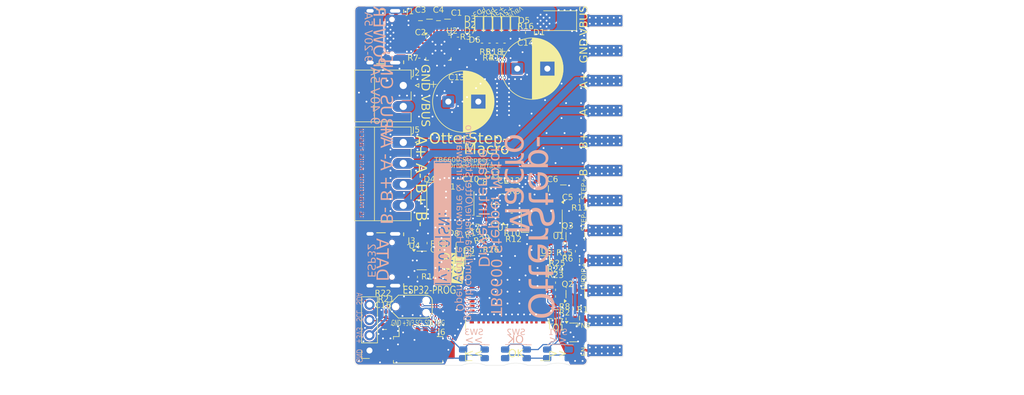
<source format=kicad_pcb>
(kicad_pcb (version 20241229) (generator "pcbnew") (generator_version "9.0")
  (layers (0 "F.Cu" signal) (2 "B.Cu" signal) (13 "F.Paste" user) (15 "B.Paste" user) (5 "F.SilkS" user "F.Silkscreen") (7 "B.SilkS" user "B.Silkscreen") (1 "F.Mask" user) (3 "B.Mask" user) (25 "Edge.Cuts" user))
  (net 0 "")
  (net 1 "GND")
  (net 2 "VBUS")
  (net 3 "+3V3")
  (net 4 "Net-(D2-A)")
  (net 5 "Net-(D1-A)")
  (net 6 "Net-(D3-A)")
  (net 7 "Net-(D2-K)")
  (net 8 "Net-(U2-VREG_1V2)")
  (net 9 "+5V")
  (net 10 "Net-(U3-LX)")
  (net 11 "Net-(U3-BS)")
  (net 12 "Net-(D3-K)")
  (net 13 "Net-(D4-A)")
  (net 14 "Net-(D5-A)")
  (net 15 "Net-(D6-A)")
  (net 16 "Net-(D7-A)")
  (net 17 "Net-(D8-A)")
  (net 18 "Net-(D9-A)")
  (net 21 "Net-(J1-CC1)")
  (net 23 "Net-(J1-CC2)")
  (net 28 "Net-(J3-CC2)")
  (net 30 "Net-(J3-CC1)")
  (net 31 "USB_D+")
  (net 32 "SCL")
  (net 33 "SDA")
  (net 34 "B-")
  (net 35 "B+")
  (net 36 "A-")
  (net 37 "A+")
  (net 38 "ESP32_IO9")
  (net 39 "ESP32_EN")
  (net 41 "ESP32_RXD")
  (net 42 "ESP32_TXD")
  (net 43 "EN_IO")
  (net 44 "EN_SINK")
  (net 45 "DIR_IO")
  (net 46 "DIR_SINK")
  (net 47 "STEP_IO")
  (net 48 "STEP_SINK")
  (net 49 "EN_SOURCE")
  (net 50 "Net-(U2-VBUS_VS_DISCH)")
  (net 51 "DIR_SOURCE")
  (net 52 "Net-(U2-RESET)")
  (net 53 "Net-(U3-FB)")
  (net 54 "Net-(U3-FS)")
  (net 55 "STEP_SOURCE")
  (net 56 "LED1")
  (net 57 "LED2")
  (net 58 "Net-(U5-IO2)")
  (net 59 "Net-(U5-IO3)")
  (net 71 "USB_D-")
  (net 84 "Net-(U2-VREG_2V7)")
  (net 85 "TRIG")
  (footprint "Inductor_SMD:L_Taiyo-Yuden_MD-4040" (layer "F.Cu") (at 53.8 78 90)
    (property "Reference" "L1")
    (property "Value" "4u7")
  )
  (footprint "otter:C_0805" (layer "F.Cu") (at 59 75.3 90)
    (property "Reference" "C11")
    (property "Value" "4u7" (hide yes))
  )
  (footprint "otter:USB-C 16Pin" (layer "F.Cu") (at 43.695 50.18 -90)
    (property "Reference" "J1")
    (property "Value" "USB")
  )
  (footprint "otter:C_0603" (layer "F.Cu") (at 50 87.5 -90)
    (property "Reference" "C15")
    (property "Value" "100n" (hide yes))
  )
  (footprint "Package_TO_SOT_SMD:SOT-23" (layer "F.Cu") (at 72.8 93.1 90)
    (property "Reference" "Q2")
    (property "Value" "AO3400A")
  )
  (footprint "otter:C_0805" (layer "F.Cu") (at 57.2 76.6 -90)
    (property "Reference" "C8")
    (property "Value" "4u7" (hide yes))
  )
  (footprint "Connector_Molex:Molex_PicoBlade_53261-0571_1x05-1MP_P1.25mm_Horizontal" (layer "F.Cu") (at 46.6 101.9)
    (property "Reference" "J6")
    (property "Value" "I2C")
  )
  (footprint "otter:C_0402" (layer "F.Cu") (at 55.4 75.1 180)
    (property "Reference" "C10")
    (property "Value" "100n" (hide yes))
  )
  (footprint "Package_DFN_QFN:QFN-24-1EP_4x4mm_P0.5mm_EP2.7x2.7mm" (layer "F.Cu") (at 50 52)
    (property "Reference" "U2")
    (property "Value" "STUSB4500")
  )
  (footprint "otter:R_0402" (layer "F.Cu") (at 58.5 51.25 -90)
    (property "Reference" "R4")
    (property "Value" "5k1" (hide yes))
  )
  (footprint "otter:USB-C 16Pin" (layer "F.Cu") (at 43.695 87.38 -90)
    (property "Reference" "J3")
    (property "Value" "USB")
  )
  (footprint "LOGO" (layer "F.Cu") (at 67.25 66.5)
    (property "Reference" "G***" (hide yes))
    (property "Value" "LOGO" (hide yes))
  )
  (footprint "otter:R_0402" (layer "F.Cu") (at 54 83.5 15)
    (property "Reference" "R19")
    (property "Value" "5k1" (hide yes))
  )
  (footprint "otter:C_0805" (layer "F.Cu") (at 70.8 74.9 90)
    (property "Reference" "C5")
    (property "Value" "4u7" (hide yes))
  )
  (footprint "Package_TO_SOT_SMD:SOT-223-3_TabPin2" (layer "F.Cu") (at 67.2 80.9 -90)
    (property "Reference" "U1")
    (property "Value" "AMS1117-3.3")
  )
  (footprint "otter:R_0402" (layer "F.Cu") (at 61 51.25 90)
    (property "Reference" "R17")
    (property "Value" "22k" (hide yes))
  )
  (footprint "otter:C_0805" (layer "F.Cu") (at 51.5 47.25 -90)
    (property "Reference" "C1")
    (property "Value" "4u7" (hide yes))
  )
  (footprint "Package_TO_SOT_SMD:SOT-23" (layer "F.Cu") (at 72.5 99.5)
    (property "Reference" "Q1")
    (property "Value" "AO3400A")
  )
  (footprint "Connector_Phoenix_MC:PhoenixContact_MC_1,5_2-G-3.5_1x02_P3.50mm_Horizontal" (layer "F.Cu") (at 44.1325 58.305 -90)
    (property "Reference" "J2")
    (property "Value" "POWER")
  )
  (footprint "otter:LED_0603_1608Metric" (layer "F.Cu") (at 56.75 48.5 -90)
    (property "Reference" "D3")
    (property "Value" "RED")
  )
  (footprint "otter:R_0402" (layer "F.Cu") (at 72.5 95.6 180)
    (property "Reference" "R8")
    (property "Value" "5k1" (hide yes))
  )
  (footprint "Connector_Phoenix_MC:PhoenixContact_MC_1,5_4-G-3.5_1x04_P3.50mm_Horizontal" (layer "F.Cu") (at 44.1325 67.805 -90)
    (property "Reference" "J5")
    (property "Value" "MOTOR")
  )
  (footprint "otter:DUMMY-3D" (layer "F.Cu") (at 39.25 87.38 -90)
    (property "Reference" "REF**" (hide yes))
    (property "Value" "DUMMY-3D")
  )
  (footprint "Package_TO_SOT_SMD:SOT-23" (layer "F.Cu") (at 72.8 83.4625 90)
    (property "Reference" "Q3")
    (property "Value" "AO3400A")
  )
  (footprint "otter:R_0402" (layer "F.Cu") (at 42.25 98.25 90)
    (property "Reference" "R21")
    (property "Value" "5k1" (hide yes))
  )
  (footprint "otter:R_0402" (layer "F.Cu") (at 55.5 84.4 15)
    (property "Reference" "R20")
    (property "Value" "5k1" (hide yes))
  )
  (footprint "otter:C_0805" (layer "F.Cu") (at 68.3 75.5 180)
    (property "Reference" "C6")
    (property "Value" "4u7" (hide yes))
  )
  (footprint "otter:R_0402" (layer "F.Cu") (at 46.8 53.75 90)
    (property "Reference" "R7")
    (property "Value" "5k1" (hide yes))
  )
  (footprint "otter:R_0402" (layer "F.Cu") (at 72.8 85.9625 180)
    (property "Reference" "R15")
    (property "Value" "5k1" (hide yes))
  )
  (footprint "otter:R_0603" (layer "F.Cu") (at 73.5 97.1)
    (property "Reference" "R1")
    (property "Value" "0" (hide yes))
  )
  (footprint "otter:DUMMY-3D" (layer "F.Cu") (at 39.25 50.18 -90)
    (property "Reference" "REF**" (hide yes))
    (property "Value" "DUMMY-3D")
  )
  (footprint "otter:LED_0603_1608Metric" (layer "F.Cu") (at 58.25 48.5 -90)
    (property "Reference" "D2")
    (property "Value" "YELLOW")
  )
  (footprint "otter:R_0402" (layer "F.Cu") (at 69.5 93.5)
    (property "Reference" "R23")
    (property "Value" "5k1" (hide yes))
  )
  (footprint "otter:C_0603" (layer "F.Cu") (at 56.7 80.1 -90)
    (property "Reference" "C7")
    (property "Value" "100n" (hide yes))
  )
  (footprint "otter:R_0402" (layer "F.Cu") (at 53.25 50.25 90)
    (property "Reference" "R3")
    (property "Value" "5k1" (hide yes))
  )
  (footprint "otter:R_0402" (layer "F.Cu") (at 57 85.9 180)
    (property "Reference" "R26")
    (property "Value" "5k1" (hide yes))
  )
  (footprint "otter:C_0805" (layer "F.Cu") (at 69.5 95.7 90)
    (property "Reference" "C17")
    (property "Value" "4u7" (hide yes))
  )
  (footprint "otter:C_0603" (layer "F.Cu") (at 41 99 -90)
    (property "Reference" "C16")
    (property "Value" "100n" (hide yes))
  )
  (footprint "otter:R_0402" (layer "F.Cu") (at 59.75 51.25 90)
    (property "Reference" "R18")
    (property "Value" "22k" (hide yes))
  )
  (footprint "otter:PinSocket_1x04_P2.54mm_Vertical_center" (layer "F.Cu") (at 38.5 98.7 180)
    (property "Reference" "J4" (hide yes))
    (property "Value" "DISPLAY")
  )
  (footprint "otter:R_0402" (layer "F.Cu") (at 69.5 91.2 180)
    (property "Reference" "R25")
    (property "Value" "5k1" (hide yes))
  )
  (footprint "otter:LED_0603_1608Metric" (layer "F.Cu") (at 53.7 86 85)
    (property "Reference" "D9")
    (property "Value" "LED2")
  )
  (footprint "otter:C_0402" (layer "F.Cu") (at 59.1 77.4 180)
    (property "Reference" "C9")
    (property "Value" "100n" (hide yes))
  )
  (footprint "otter:C_0805" (layer "F.Cu") (at 48.5 47.25 -90)
    (property "Reference" "C2")
    (property "Value" "4u7" (hide yes))
  )
  (footprint "otter:C_0603" (layer "F.Cu") (at 50 47.5 90)
    (property "Reference" "C4")
    (property "Value" "100n" (hide yes))
  )
  (footprint "otter:R_0603" (layer "F.Cu") (at 73.5 87.5)
    (property "Reference" "R6")
    (property "Value" "0" (hide yes))
  )
  (footprint "otter:R_0402" (layer "F.Cu") (at 41.25 96.53 -90)
    (property "Reference" "R22")
    (property "Value" "5k1" (hide yes))
  )
  (footprint "otter:DUMMY-3D" (layer "F.Cu") (at 142.5 78.25 -90)
    (property "Reference" "REF**" (hide yes))
    (property "Value" "DUMMY-3D")
  )
  (footprint "otter:R_0603" (layer "F.Cu") (at 73.5 77.5)
    (property "Reference" "R11")
    (property "Value" "0" (hide yes))
  )
  (footprint "otter:LED_0603_1608Metric" (layer "F.Cu") (at 59.75 48.5 -90)
    (property "Reference" "D7")
    (property "Value" "3V3")
  )
  (footprint "Diode_SMD:D_SMA" (layer "F.Cu") (at 49.7 78 -90)
    (property "Reference" "D4")
    (property "Value" "D210")
  )
  (footprint "otter:TC2030" (layer "F.Cu") (at 45.4 95.2)
    (property "Reference" "P1" (hide yes))
    (property "Value" "TC2030-CTX-Tag-Connect-ESP32" (hide yes))
  )
  (footprint "otter:LED_0603_1608Metric" (layer "F.Cu") (at 52.2 85.25 85)
    (property "Reference" "D8")
    (property "Value" "LED1")
  )
  (footprint "Package_TO_SOT_SMD:SOT-23-6" (layer "F.Cu") (at 47.2 87.5)
    (property "Reference" "U4")
    (property "Value" "USBLC6-4")
  )
  (footprint "otter:R_0402" (layer "F.Cu") (at 69.5 92.4)
    (property "Reference" "R24")
    (property "Value" "5k1" (hide yes))
  )
  (footprint "otter:C_0603" (layer "F.Cu") (at 47 47.5 90)
    (property "Reference" "C3")
    (property "Value" "100n" (hide yes))
  )
  (footprint "otter:LED_0603_1608Metric" (layer "F.Cu") (at 61.23 48.5 -90)
    (property "Reference" "D6")
    (property "Value" "5V")
  )
  (footprint "otter:R_0402" (layer "F.Cu") (at 46.5 90.25)
    (property "Reference" "R14")
    (property "Value" "5k1" (hide yes))
  )
  (footprint "otter:R_0402" (layer "F.Cu") (at 57.25 51.25 90)
    (property "Reference" "R5")
    (property "Value" "5k1" (hide yes))
  )
  (footprint "otter:R_0402" (layer "F.Cu") (at 71.25 97.25)
    (property "Reference" "R2")
    (property "Value" "5k1" (hide yes))
  )
  (footprint "Diode_SMD:D_SMA" (layer "F.Cu") (at 69.5 47.5 180)
    (property "Reference" "D1")
    (property "Value" "D210")
  )
  (footprint "otter:R_0402" (layer "F.Cu") (at 48.1 84.6)
    (property "Reference" "R13")
    (property "Value" "5k1" (hide yes))
  )
  (footprint "Package_TO_SOT_SMD:TSOT-23-8" (layer "F.Cu") (at 59.5 79.7 180)
    (property "Reference" "U3")
    (property "Value" "SY8303AIC")
  )
  (footprint "otter:R_0402" (layer "F.Cu") (at 62.2 79.6 -90)
    (property "Reference" "R10")
    (property "Value" "22k" (hide yes))
  )
  (footprint "otter:DUMMY-3D" (layer "F.Cu") (at -18 60)
    (property "Reference" "REF**" (hide yes))
    (property "Value" "DUMMY-3D")
  )
  (footprint "otter:ESP32-C3-MINI-1" (layer "F.Cu") (at 61.5 92.7 180)
    (property "Reference" "U5")
    (property "Value" "ESP32-C3-MINI-1")
  )
  (footprint "otter:R_0402" (layer "F.Cu") (at 64.5 49.5 180)
    (property "Reference" "R16")
    (property "Value" "100k" (hide yes))
  )
  (footprint "otter:C_0805" (layer "F.Cu") (at 61 76.4 90)
    (property "Reference" "C12")
    (property "Value" "4u7" (hide yes))
  )
  (footprint "Capacitor_THT:CP_Radial_D10.0mm_P5.00mm" (layer "F.Cu") (at 63.132323 55.5)
    (property "Reference" "C14")
    (property "Value" "100u")
  )
  (footprint "otter:LED_0603_1608Metric" (layer "F.Cu") (at 62.72 48.5 -90)
    (property "Reference" "D5")
    (property "Value" "VBUS")
  )
  (footprint "otter:R_0402" (layer "F.Cu") (at 62.5 77.6 90)
    (property "Reference" "R9")
    (property "Value" "100k" (hide yes))
  )
  (footprint "Capacitor_THT:CP_Radial_D10.0mm_P5.00mm" (layer "F.Cu") (at 51.632323 61)
    (property "Reference" "C13")
    (property "Value" "100u")
  )
  (footprint "otter:R_0402" (layer "F.Cu") (at 62.4 81.5 90)
    (property "Reference" "R12")
    (property "Value" "13k" (hide yes))
  )
  (footprint "Button_Switch_SMD:SW_SPST_EVQP7C" (layer "B.Cu") (at 69.9 103.075 180)
    (property "Reference" "SW1")
    (property "Value" "SW_Push")
  )
  (footprint "Button_Switch_SMD:SW_SPST_EVQP7C" (layer "B.Cu") (at 62.9 103.075 180)
    (property "Reference" "SW2")
    (property "Value" "SW_Push")
  )
  (footprint "Button_Switch_SMD:SW_SPST_EVQP7C" (layer "B.Cu") (at 55.9 103.075 180)
    (property "Reference" "SW3")
    (property "Value" "SW_Push")
  )
  (gr_line (start 80.8 46.6) (end 80.8 47.5) (stroke (width 0.05)) (layer "Edge.Cuts"))
  (gr_line (start 74.8 54.2) (end 74.8 55.8) (stroke (width 0.05)) (layer "Edge.Cuts"))
  (gr_line (start 74.8 84.2) (end 74.8 85.8) (stroke (width 0.05)) (layer "Edge.Cuts"))
  (gr_line (start 75.4 96.4) (end 80.6 96.4) (stroke (width 0.05)) (layer "Edge.Cuts"))
  (gr_line (start 74.8 99.2) (end 74.8 100.8) (stroke (width 0.05)) (layer "Edge.Cuts"))
  (gr_line (start 75.4 81.4) (end 80.6 81.4) (stroke (width 0.05)) (layer "Edge.Cuts"))
  (gr_line (start 80.8 73.4) (end 80.6 73.6) (stroke (width 0.05)) (layer "Edge.Cuts"))
  (gr_arc (start 74.8 99.2) (mid 74.975736 98.775736) (end 75.4 98.6) (stroke (width 0.05)) (layer "Edge.Cuts"))
  (gr_arc (start 74.8 89.2) (mid 74.975736 88.775736) (end 75.4 88.6) (stroke (width 0.05)) (layer "Edge.Cuts"))
  (gr_line (start 80.8 68.4) (end 80.8 67.5) (stroke (width 0.05)) (layer "Edge.Cuts"))
  (gr_arc (start 75.4 46.4) (mid 74.975736 46.224264) (end 74.8 45.8) (stroke (width 0.05)) (layer "Edge.Cuts"))
  (gr_line (start 75.4 66.4) (end 80.6 66.4) (stroke (width 0.05)) (layer "Edge.Cuts"))
  (gr_arc (start 53.9 105) (mid 55.9 104.614835) (end 57.9 105) (stroke (width 0.05)) (layer "Edge.Cuts"))
  (gr_arc (start 75.4 96.4) (mid 74.975736 96.224264) (end 74.8 95.8) (stroke (width 0.05)) (layer "Edge.Cuts"))
  (gr_line (start 36.8 105) (end 53.9 105) (stroke (width 0.05)) (layer "Edge.Cuts"))
  (gr_line (start 80.8 56.6) (end 80.6 56.4) (stroke (width 0.05)) (layer "Edge.Cuts"))
  (gr_arc (start 75.4 71.4) (mid 74.975736 71.224264) (end 74.8 70.8) (stroke (width 0.05)) (layer "Edge.Cuts"))
  (gr_line (start 80.8 53.4) (end 80.6 53.6) (stroke (width 0.05)) (layer "Edge.Cuts"))
  (gr_line (start 64.9 105.000011) (end 67.899973 105.000011) (stroke (width 0.05)) (layer "Edge.Cuts"))
  (gr_line (start 80.8 51.6) (end 80.8 52.5) (stroke (width 0.05)) (layer "Edge.Cuts"))
  (gr_line (start 80.8 71.6) (end 80.8 72.5) (stroke (width 0.05)) (layer "Edge.Cuts"))
  (gr_line (start 80.8 51.6) (end 80.6 51.4) (stroke (width 0.05)) (layer "Edge.Cuts"))
  (gr_arc (start 74.8 69.2) (mid 74.975736 68.775736) (end 75.4 68.6) (stroke (width 0.05)) (layer "Edge.Cuts"))
  (gr_line (start 80.8 76.6) (end 80.8 77.5) (stroke (width 0.05)) (layer "Edge.Cuts"))
  (gr_line (start 75.4 56.4) (end 80.6 56.4) (stroke (width 0.05)) (layer "Edge.Cuts"))
  (gr_line (start 75.4 63.6) (end 80.6 63.6) (stroke (width 0.05)) (layer "Edge.Cuts"))
  (gr_line (start 80.8 93.4) (end 80.8 92.5) (stroke (width 0.05)) (layer "Edge.Cuts"))
  (gr_line (start 80.8 101.6) (end 80.6 101.4) (stroke (width 0.05)) (layer "Edge.Cuts"))
  (gr_line (start 75.4 83.6) (end 80.6 83.6) (stroke (width 0.05)) (layer "Edge.Cuts"))
  (gr_line (start 74.8 74.2) (end 74.8 75.8) (stroke (width 0.05)) (layer "Edge.Cuts"))
  (gr_line (start 80.8 88.4) (end 80.6 88.6) (stroke (width 0.05)) (layer "Edge.Cuts"))
  (gr_line (start 75.4 46.4) (end 80.6 46.4) (stroke (width 0.05)) (layer "Edge.Cuts"))
  (gr_line (start 80.8 58.4) (end 80.6 58.6) (stroke (width 0.05)) (layer "Edge.Cuts"))
  (gr_line (start 75.4 103.6) (end 80.6 103.6) (stroke (width 0.05)) (layer "Edge.Cuts"))
  (gr_line (start 80.8 103.4) (end 80.6 103.6) (stroke (width 0.05)) (layer "Edge.Cuts"))
  (gr_line (start 80.8 86.6) (end 80.8 87.5) (stroke (width 0.05)) (layer "Edge.Cuts"))
  (gr_line (start 74.8 94.2) (end 74.8 95.8) (stroke (width 0.05)) (layer "Edge.Cuts"))
  (gr_line (start 75.4 73.6) (end 80.6 73.6) (stroke (width 0.05)) (layer "Edge.Cuts"))
  (gr_arc (start 75.4 81.4) (mid 74.975736 81.224264) (end 74.8 80.8) (stroke (width 0.05)) (layer "Edge.Cuts"))
  (gr_line (start 75.4 68.6) (end 80.6 68.6) (stroke (width 0.05)) (layer "Edge.Cuts"))
  (gr_line (start 75.4 88.6) (end 80.6 88.6) (stroke (width 0.05)) (layer "Edge.Cuts"))
  (gr_arc (start 75.4 91.4) (mid 74.975736 91.224264) (end 74.8 90.8) (stroke (width 0.05)) (layer "Edge.Cuts"))
  (gr_line (start 80.8 66.6) (end 80.6 66.4) (stroke (width 0.05)) (layer "Edge.Cuts"))
  (gr_line (start 75.4 78.6) (end 80.6 78.6) (stroke (width 0.05)) (layer "Edge.Cuts"))
  (gr_line (start 80.8 98.4) (end 80.6 98.6) (stroke (width 0.05)) (layer "Edge.Cuts"))
  (gr_line (start 80.8 56.6) (end 80.8 57.5) (stroke (width 0.05)) (layer "Edge.Cuts"))
  (gr_arc (start 74.8 74.2) (mid 74.975736 73.775736) (end 75.4 73.6) (stroke (width 0.05)) (layer "Edge.Cuts"))
  (gr_arc (start 60.9 105) (mid 62.9 104.614835) (end 64.9 105) (stroke (width 0.05)) (layer "Edge.Cuts"))
  (gr_arc (start 74.8 49.2) (mid 74.975736 48.775736) (end 75.4 48.6) (stroke (width 0.05)) (layer "Edge.Cuts"))
  (gr_line (start 75.4 71.4) (end 80.6 71.4) (stroke (width 0.05)) (layer "Edge.Cuts"))
  (gr_line (start 80.8 83.4) (end 80.6 83.6) (stroke (width 0.05)) (layer "Edge.Cuts"))
  (gr_line (start 75.4 61.4) (end 80.6 61.4) (stroke (width 0.05)) (layer "Edge.Cuts"))
  (gr_line (start 36 104.2) (end 36 45.8) (stroke (width 0.05)) (layer "Edge.Cuts"))
  (gr_line (start 80.8 78.4) (end 80.6 78.6) (stroke (width 0.05)) (layer "Edge.Cuts"))
  (gr_line (start 80.8 48.4) (end 80.6 48.6) (stroke (width 0.05)) (layer "Edge.Cuts"))
  (gr_arc (start 74.8 104.2) (mid 74.975736 103.775736) (end 75.4 103.6) (stroke (width 0.05)) (layer "Edge.Cuts"))
  (gr_line (start 75.4 91.4) (end 80.6 91.4) (stroke (width 0.05)) (layer "Edge.Cuts"))
  (gr_arc (start 75.4 61.4) (mid 74.975736 61.224264) (end 74.8 60.8) (stroke (width 0.05)) (layer "Edge.Cuts"))
  (gr_line (start 80.8 103.4) (end 80.8 102.5) (stroke (width 0.05)) (layer "Edge.Cuts"))
  (gr_line (start 80.8 76.6) (end 80.6 76.4) (stroke (width 0.05)) (layer "Edge.Cuts"))
  (gr_arc (start 75.4 76.4) (mid 74.975736 76.224264) (end 74.8 75.8) (stroke (width 0.05)) (layer "Edge.Cuts"))
  (gr_line (start 80.8 96.6) (end 80.6 96.4) (stroke (width 0.05)) (layer "Edge.Cuts"))
  (gr_line (start 74.8 59.2) (end 74.8 60.8) (stroke (width 0.05)) (layer "Edge.Cuts"))
  (gr_line (start 80.8 83.4) (end 80.8 82.5) (stroke (width 0.05)) (layer "Edge.Cuts"))
  (gr_arc (start 75.4 56.4) (mid 74.975736 56.224264) (end 74.8 55.8) (stroke (width 0.05)) (layer "Edge.Cuts"))
  (gr_line (start 80.8 63.4) (end 80.6 63.6) (stroke (width 0.05)) (layer "Edge.Cuts"))
  (gr_line (start 74.8 49.2) (end 74.8 50.8) (stroke (width 0.05)) (layer "Edge.Cuts"))
  (gr_line (start 74.8 64.2) (end 74.8 65.8) (stroke (width 0.05)) (layer "Edge.Cuts"))
  (gr_arc (start 75.4 51.4) (mid 74.975736 51.224264) (end 74.8 50.8) (stroke (width 0.05)) (layer "Edge.Cuts"))
  (gr_arc (start 74.8 54.2) (mid 74.975736 53.775736) (end 75.4 53.6) (stroke (width 0.05)) (layer "Edge.Cuts"))
  (gr_arc (start 75.4 101.4) (mid 74.975736 101.224264) (end 74.8 100.8) (stroke (width 0.05)) (layer "Edge.Cuts"))
  (gr_line (start 80.8 71.6) (end 80.6 71.4) (stroke (width 0.05)) (layer "Edge.Cuts"))
  (gr_line (start 80.8 58.4) (end 80.8 57.5) (stroke (width 0.05)) (layer "Edge.Cuts"))
  (gr_arc (start 74.8 79.2) (mid 74.975736 78.775736) (end 75.4 78.6) (stroke (width 0.05)) (layer "Edge.Cuts"))
  (gr_arc (start 75.4 86.4) (mid 74.975736 86.224264) (end 74.8 85.8) (stroke (width 0.05)) (layer "Edge.Cuts"))
  (gr_line (start 80.8 81.6) (end 80.8 82.5) (stroke (width 0.05)) (layer "Edge.Cuts"))
  (gr_line (start 80.8 53.4) (end 80.8 52.5) (stroke (width 0.05)) (layer "Edge.Cuts"))
  (gr_line (start 74.8 69.2) (end 74.8 70.8) (stroke (width 0.05)) (layer "Edge.Cuts"))
  (gr_line (start 74.8 89.2) (end 74.8 90.8) (stroke (width 0.05)) (layer "Edge.Cuts"))
  (gr_line (start 74.8 79.2) (end 74.8 80.8) (stroke (width 0.05)) (layer "Edge.Cuts"))
  (gr_line (start 75.4 86.4) (end 80.6 86.4) (stroke (width 0.05)) (layer "Edge.Cuts"))
  (gr_arc (start 75.4 66.4) (mid 74.975736 66.224264) (end 74.8 65.8) (stroke (width 0.05)) (layer "Edge.Cuts"))
  (gr_arc (start 67.9 105) (mid 69.9 104.614835) (end 71.9 105) (stroke (width 0.05)) (layer "Edge.Cuts"))
  (gr_arc (start 74.8 64.2) (mid 74.975736 63.775736) (end 75.4 63.6) (stroke (width 0.05)) (layer "Edge.Cuts"))
  (gr_line (start 75.4 101.4) (end 80.6 101.4) (stroke (width 0.05)) (layer "Edge.Cuts"))
  (gr_line (start 80.8 98.4) (end 80.8 97.5) (stroke (width 0.05)) (layer "Edge.Cuts"))
  (gr_arc (start 36 45.8) (mid 36.234315 45.234315) (end 36.8 45) (stroke (width 0.05)) (layer "Edge.Cuts"))
  (gr_line (start 80.8 88.4) (end 80.8 87.5) (stroke (width 0.05)) (layer "Edge.Cuts"))
  (gr_arc (start 74.8 94.2) (mid 74.975736 93.775736) (end 75.4 93.6) (stroke (width 0.05)) (layer "Edge.Cuts"))
  (gr_line (start 80.8 73.4) (end 80.8 72.5) (stroke (width 0.05)) (layer "Edge.Cuts"))
  (gr_line (start 71.9 105.000011) (end 74 105) (stroke (width 0.05)) (layer "Edge.Cuts"))
  (gr_line (start 80.8 91.6) (end 80.6 91.4) (stroke (width 0.05)) (layer "Edge.Cuts"))
  (gr_line (start 80.8 93.4) (end 80.6 93.6) (stroke (width 0.05)) (layer "Edge.Cuts"))
  (gr_arc (start 74.8 104.2) (mid 74.565685 104.765685) (end 74 105) (stroke (width 0.05)) (layer "Edge.Cuts"))
  (gr_line (start 80.8 101.6) (end 80.8 102.5) (stroke (width 0.05)) (layer "Edge.Cuts"))
  (gr_line (start 80.8 81.6) (end 80.6 81.4) (stroke (width 0.05)) (layer "Edge.Cuts"))
  (gr_line (start 80.8 46.6) (end 80.6 46.4) (stroke (width 0.05)) (layer "Edge.Cuts"))
  (gr_line (start 80.8 61.6) (end 80.6 61.4) (stroke (width 0.05)) (layer "Edge.Cuts"))
  (gr_line (start 36.8 45) (end 74 45) (stroke (width 0.05)) (layer "Edge.Cuts"))
  (gr_line (start 80.8 96.6) (end 80.8 97.5) (stroke (width 0.05)) (layer "Edge.Cuts"))
  (gr_line (start 75.4 93.6) (end 80.6 93.6) (stroke (width 0.05)) (layer "Edge.Cuts"))
  (gr_line (start 80.8 66.6) (end 80.8 67.5) (stroke (width 0.05)) (layer "Edge.Cuts"))
  (gr_arc (start 74.8 59.2) (mid 74.975736 58.775736) (end 75.4 58.6) (stroke (width 0.05)) (layer "Edge.Cuts"))
  (gr_line (start 75.4 58.6) (end 80.6 58.6) (stroke (width 0.05)) (layer "Edge.Cuts"))
  (gr_line (start 57.900028 105.000012) (end 60.9 105) (stroke (width 0.05)) (layer "Edge.Cuts"))
  (gr_line (start 75.4 51.4) (end 80.6 51.4) (stroke (width 0.05)) (layer "Edge.Cuts"))
  (gr_arc (start 36.8 105) (mid 36.234315 104.765685) (end 36 104.2) (stroke (width 0.05)) (layer "Edge.Cuts"))
  (gr_line (start 80.8 61.6) (end 80.8 62.5) (stroke (width 0.05)) (layer "Edge.Cuts"))
  (gr_line (start 80.8 48.4) (end 80.8 47.5) (stroke (width 0.05)) (layer "Edge.Cuts"))
  (gr_line (start 80.8 86.6) (end 80.6 86.4) (stroke (width 0.05)) (layer "Edge.Cuts"))
  (gr_line (start 75.4 98.6) (end 80.6 98.6) (stroke (width 0.05)) (layer "Edge.Cuts"))
  (gr_arc (start 74 45) (mid 74.565685 45.234315) (end 74.8 45.8) (stroke (width 0.05)) (layer "Edge.Cuts"))
  (gr_line (start 75.4 53.6) (end 80.6 53.6) (stroke (width 0.05)) (layer "Edge.Cuts"))
  (gr_line (start 80.8 78.4) (end 80.8 77.5) (stroke (width 0.05)) (layer "Edge.Cuts"))
  (gr_line (start 80.8 63.4) (end 80.8 62.5) (stroke (width 0.05)) (layer "Edge.Cuts"))
  (gr_arc (start 74.8 84.2) (mid 74.975736 83.775736) (end 75.4 83.6) (stroke (width 0.05)) (layer "Edge.Cuts"))
  (gr_line (start 80.8 68.4) (end 80.6 68.6) (stroke (width 0.05)) (layer "Edge.Cuts"))
  (gr_line (start 75.4 76.4) (end 80.6 76.4) (stroke (width 0.05)) (layer "Edge.Cuts"))
  (gr_line (start 80.8 91.6) (end 80.8 92.5) (stroke (width 0.05)) (layer "Edge.Cuts"))
  (gr_line (start 75.4 48.6) (end 80.6 48.6) (stroke (width 0.05)) (layer "Edge.Cuts"))
  (gr_text ":3" (at 52.5 97.25 0) (layer "F.Cu" knockout) (effects (font (size 1.3 1.3) (thickness 0.1))))
  (gr_text "This Machine Kills Fascists" (at 37.25 73 270) (layer "B.Cu" knockout) (effects (font (size 1 1) (thickness 0.1)) (justify mirror)))
  (gr_text "A+ A- B+ B-" (at 47 74.25 270) (layer "F.SilkS") (effects (font (size 1.8 1.8) (thickness 0.1))))
  (gr_text "OtterStep-" (at 55 67.25 0) (layer "F.SilkS") (effects (font (size 1.8 1.8) (thickness 0.1))))
  (gr_text "GND +3V3 SCL SDA TRIG" (at 46.6 98 0) (layer "F.SilkS") (effects (font (size 1 0.5) (thickness 0.1))))
  (gr_text "OK" (at 62.9 103.075 0) (layer "F.SilkS") (effects (font (size 1.3 1.3) (thickness 0.1))))
  (gr_text "A+" (at 74.25 57.5 90) (layer "F.SilkS") (effects (font (size 1.3 1.3) (thickness 0.1))))
  (gr_text "Macro" (at 58 69 0) (layer "F.SilkS") (effects (font (size 1.8 1.8) (thickness 0.1))))
  (gr_text "STEP-" (at 74.25 81 90) (layer "F.SilkS") (effects (font (size 0.8 0.8) (thickness 0.1))))
  (gr_text "VBUS\n" (at 62.75 46 210) (layer "F.SilkS") (effects (font (size 0.7 0.7) (thickness 0.1))))
  (gr_text "B+" (at 74.25 67.5 90) (layer "F.SilkS") (effects (font (size 1.3 1.3) (thickness 0.1))))
  (gr_text "EN-" (at 74.25 102.5 90) (layer "F.SilkS") (effects (font (size 0.8 0.8) (thickness 0.1))))
  (gr_text "TB6600 Stepper-" (at 54 70.75 0) (layer "F.SilkS") (effects (font (size 0.8 0.8) (thickness 0.1))))
  (gr_text "Driver Interface" (at 56 71.75 0) (layer "F.SilkS") (effects (font (size 0.8 0.8) (thickness 0.1))))
  (gr_text ">>" (at 69.9 103.075 0) (layer "F.SilkS") (effects (font (size 1.3 1.3) (thickness 0.1))))
  (gr_text "STEP+" (at 74.25 75.5 90) (layer "F.SilkS") (effects (font (size 0.8 0.8) (thickness 0.1))))
  (gr_text "ACT" (at 53.394331 89.110335 85) (layer "F.SilkS" knockout) (effects (font (size 1.5 1.5) (thickness 0.1))))
  (gr_text "OK" (at 51.919866 87.940654 85) (layer "F.SilkS" knockout) (effects (font (size 1.5 1.5) (thickness 0.1))))
  (gr_text "+5V" (at 61.25 46 210) (layer "F.SilkS") (effects (font (size 0.9 0.9) (thickness 0.1))))
  (gr_text "+3V" (at 59.75 46 210) (layer "F.SilkS") (effects (font (size 0.9 0.9) (thickness 0.1))))
  (gr_text "B-" (at 74.25 72.5 90) (layer "F.SilkS") (effects (font (size 1.3 1.3) (thickness 0.1))))
  (gr_text "ESP32-PROG" (at 48.5 92.5 0) (layer "F.SilkS") (effects (font (size 1.3 1) (thickness 0.1))))
  (gr_text "EN+" (at 74 98.25 180) (layer "F.SilkS") (effects (font (size 0.8 0.8) (thickness 0.1))))
  (gr_text "GND" (at 74.25 52.5 90) (layer "F.SilkS") (effects (font (size 1.3 1.3) (thickness 0.1))))
  (gr_text "DIR+" (at 74.25 89.25 90) (layer "F.SilkS") (effects (font (size 0.8 0.8) (thickness 0.1))))
  (gr_text "PD2" (at 58.25 46 210) (layer "F.SilkS") (effects (font (size 0.8 0.8) (thickness 0.1))))
  (gr_text "A-" (at 74.25 62.5 90) (layer "F.SilkS") (effects (font (size 1.3 1.3) (thickness 0.1))))
  (gr_text "DIR-" (at 74.25 91.25 90) (layer "F.SilkS") (effects (font (size 0.8 0.8) (thickness 0.1))))
  (gr_text "<<" (at 55.9 103.075 0) (layer "F.SilkS") (effects (font (size 1.3 1.3) (thickness 0.1))))
  (gr_text "PD3" (at 56.75 46 210) (layer "F.SilkS") (effects (font (size 0.8 0.8) (thickness 0.1))))
  (gr_text "VBUS" (at 74.25 47.5 90) (layer "F.SilkS") (effects (font (size 1.3 1.3) (thickness 0.1))))
  (gr_text "GND VBUS" (at 47.75 60 270) (layer "F.SilkS") (effects (font (size 1.4 1.4) (thickness 0.1))))
  (gr_text "9-20V 5A" (at 38.25 50.25 270) (layer "B.SilkS") (effects (font (size 1.3 1.3) (thickness 0.1)) (justify mirror)))
  (gr_text "VBUS GND" (at 41.2 60 270) (layer "B.SilkS") (effects (font (size 2 2) (thickness 0.1)) (justify mirror)))
  (gr_text "<<" (at 55.9 100.75 180) (layer "B.SilkS") (effects (font (size 1.3 1.3) (thickness 0.1)) (justify mirror)))
  (gr_text ">>" (at 69.9 100.75 180) (layer "B.SilkS") (effects (font (size 1.3 1.3) (thickness 0.1)) (justify mirror)))
  (gr_text "Open Source Hardware & Firmware" (at 53.5 81.25 270) (layer "B.SilkS") (effects (font (size 1.2 1.2) (thickness 0.1)) (justify mirror)))
  (gr_text "OK" (at 62.9 100.75 0) (layer "B.SilkS") (effects (font (size 1.3 1.3) (thickness 0.1)) (justify mirror)))
  (gr_text "POWER" (at 40 50.18 270) (layer "B.SilkS") (effects (font (size 2 2) (thickness 0.1)) (justify mirror)))
  (gr_text "9-40V 5A" (at 39.3325 60.055 270) (layer "B.SilkS") (effects (font (size 1.5 1.5) (thickness 0.1)) (justify mirror)))
  (gr_text "B- B+ A- A+" (at 41.2 73 270) (layer "B.SilkS") (effects (font (size 2 2) (thickness 0.1)) (justify mirror)))
  (gr_text "TB6600 Stepper Motor-" (at 59.5 82.25 270) (layer "B.SilkS") (effects (font (size 1.8 1.8) (thickness 0.1)) (justify mirror)))
  (gr_text "OtterStep-" (at 66.75 82 270) (layer "B.SilkS") (effects (font (size 4.2 4.2) (thickness 0.1)) (justify mirror)))
  (gr_text "Driver Interface" (at 57.45 78.75 270) (layer "B.SilkS") (effects (font (size 1.8 1.8) (thickness 0.1)) (justify mirror)))
  (gr_text "DATA" (at 40.5 87.38 270) (layer "B.SilkS") (effects (font (size 2 2) (thickness 0.1)) (justify mirror)))
  (gr_text "Macro" (at 62.75 74.75 270) (layer "B.SilkS") (effects (font (size 4 4) (thickness 0.1)) (justify mirror)))
  (gr_text "GND   +3V3   SCL   SDA" (at 36.75 98.7 270) (layer "B.SilkS") (effects (font (size 1 0.7) (thickness 0.1)) (justify mirror)))
  (gr_text "ESP32" (at 38.75 87.5 270) (layer "B.SilkS") (effects (font (size 1.3 1.3) (thickness 0.1)) (justify mirror)))
  (gr_text "|v1.0.0|SN:           |" (at 50.75 81.25 270) (layer "B.SilkS" knockout) (effects (font (size 1.8 1.6) (thickness 0.1)) (justify mirror)))
  (gr_text "github.com/Jana-Marie/OtterStepMacro" (at 55 81.25 270) (layer "B.SilkS") (effects (font (size 1.2 1.2) (thickness 0.1)) (justify mirror)))
  (segment (start 60.6375 78.725) (end 60.6375 77.7125) (width 0.5) (layer "F.Cu") (net 1))
  (segment (start 64.016058 88.75) (end 64 88.75) (width 0.2) (layer "F.Cu") (net 1))
  (segment (start 43.745 46.93) (end 43.43 46.93) (width 0.4) (layer "F.Cu") (net 1))
  (segment (start 68.75 95.9) (end 69.5 96.65) (width 0.4) (layer "F.Cu") (net 1))
  (segment (start 59.57 77.4) (end 59.57 76.82) (width 0.5) (layer "F.Cu") (net 1))
  (segment (start 59 76.25) (end 58.65 75.9) (width 0.5) (layer "F.Cu") (net 1))
  (segment (start 67.4 88.7) (end 68.2 88.7) (width 0.2) (layer "F.Cu") (net 1))
  (segment (start 70.8 75.85) (end 69.6 75.85) (width 0.6) (layer "F.Cu") (net 1))
  (segment (start 62.2 79.13) (end 62.17 79.13) (width 0.5) (layer "F.Cu") (net 1))
  (segment (start 62.17 79.13) (end 61.976 79.324) (width 0.5) (layer "F.Cu") (net 1))
  (segment (start 57.449999 75.9) (end 57.2 75.650001) (width 0.5) (layer "F.Cu") (net 1))
  (segment (start 70.8 76.45) (end 69.5 77.75) (width 0.6) (layer "F.Cu") (net 1))
  (segment (start 64.7 88.066058) (end 64.016058 88.75) (width 0.2) (layer "F.Cu") (net 1))
  (segment (start 60.6375 78.4675) (end 59.57 77.4) (width 0.5) (layer "F.Cu") (net 1))
  (segment (start 42.75 45.89) (end 42.78 45.86) (width 0.4) (layer "F.Cu") (net 1))
  (segment (start 57.2 75.650001) (end 56.420001 75.650001) (width 0.5) (layer "F.Cu") (net 1))
  (segment (start 60.6375 78.725) (end 60.6375 78.4675) (width 0.5) (layer "F.Cu") (net 1))
  (segment (start 65.384426 88.75) (end 65.5 88.75) (width 0.2) (layer "F.Cu") (net 1))
  (segment (start 43.43 46.93) (end 42.75 46.25) (width 0.4) (layer "F.Cu") (net 1))
  (segment (start 43.32 53.43) (end 42.75 54) (width 0.4) (layer "F.Cu") (net 1))
  (segment (start 43.745 53.43) (end 43.32 53.43) (width 0.4) (layer "F.Cu") (net 1))
  (segment (start 67.4 95.9) (end 68.75 95.9) (width 0.4) (layer "F.Cu") (net 1))
  (segment (start 42.75 54.47) (end 42.78 54.5) (width 0.4) (layer "F.Cu") (net 1))
  (segment (start 61.795 78.725) (end 62.2 79.13) (width 0.5) (layer "F.Cu") (net 1))
  (segment (start 69.25 77.5) (end 69.5 77.75) (width 0.6) (layer "F.Cu") (net 1))
  (segment (start 56.420001 75.650001) (end 55.87 75.1) (width 0.5) (layer "F.Cu") (net 1))
  (segment (start 42.75 46.25) (end 42.75 45.89) (width 0.4) (layer "F.Cu") (net 1))
  (segment (start 66.55 88.7) (end 66.5 88.75) (width 0.2) (layer "F.Cu") (net 1))
  (segment (start 60.6375 77.7125) (end 61 77.35) (width 0.5) (layer "F.Cu") (net 1))
  (segment (start 42.75 54) (end 42.75 54.47) (width 0.4) (layer "F.Cu") (net 1))
  (segment (start 67.4 96.7) (end 69.45 96.7) (width 0.4) (layer "F.Cu") (net 1))
  (segment (start 60.6375 78.725) (end 60.6375 79.324) (width 0.5) (layer "F.Cu") (net 1))
  (segment (start 68.2 88.7) (end 66.55 88.7) (width 0.2) (layer "F.Cu") (net 1))
  (segment (start 59.57 76.82) (end 59 76.25) (width 0.5) (layer "F.Cu") (net 1))
  (segment (start 60.6375 78.725) (end 61.795 78.725) (width 0.5) (layer "F.Cu") (net 1))
  (segment (start 69.6 75.85) (end 69.25 75.5) (width 0.6) (layer "F.Cu") (net 1))
  (segment (start 58.65 75.9) (end 57.449999 75.9) (width 0.5) (layer "F.Cu") (net 1))
  (segment (start 70.8 75.85) (end 70.8 76.45) (width 0.6) (layer "F.Cu") (net 1))
  (segment (start 69.45 96.7) (end 69.5 96.65) (width 0.4) (layer "F.Cu") (net 1))
  (segment (start 61.976 79.324) (end 60.6375 79.324) (width 0.5) (layer "F.Cu") (net 1))
  (segment (start 64.7 87.8) (end 64.7 88.066058) (width 0.2) (layer "F.Cu") (net 1))
  (segment (start 69.25 75.5) (end 69.25 77.5) (width 0.6) (layer "F.Cu") (net 1))
  (segment (start 64.7 87.8) (end 64.7 88.065574) (width 0.2) (layer "F.Cu") (net 1))
  (segment (start 64.7 88.065574) (end 65.384426 88.75) (width 0.2) (layer "F.Cu") (net 1))
  (via (at 61.920627 88.680837) (size 0.5) (drill 0.3) (layers "F.Cu" "B.Cu") (net 1))
  (via (at 49.5 52.5) (size 0.5) (drill 0.3) (layers "F.Cu" "B.Cu") (net 1))
  (via (at 59.5 79.75) (size 0.5) (drill 0.3) (layers "F.Cu" "B.Cu") (net 1))
  (via (at 57 58) (size 0.5) (drill 0.3) (layers "F.Cu" "B.Cu") (net 1))
  (via (at 70.5 68.75) (size 0.5) (drill 0.3) (layers "F.Cu" "B.Cu") (net 1))
  (via (at 46.5 91) (size 0.5) (drill 0.3) (layers "F.Cu" "B.Cu") (net 1))
  (via (at 72 83) (size 0.5) (drill 0.3) (layers "F.Cu" "B.Cu") (net 1))
  (via (at 63.5 81) (size 0.5) (drill 0.3) (layers "F.Cu" "B.Cu") (net 1))
  (via (at 65 74.25) (size 0.5) (drill 0.3) (layers "F.Cu" "B.Cu") (net 1))
  (via (at 67.75 60.75) (size 0.5) (drill 0.3) (layers "F.Cu" "B.Cu") (net 1))
  (via (at 47 96.7) (size 0.5) (drill 0.3) (layers "F.Cu" "B.Cu") (net 1))
  (via (at 50 99.75) (size 0.5) (drill 0.3) (layers "F.Cu" "B.Cu") (net 1))
  (via (at 66.5 88.75) (size 0.5) (drill 0.3) (layers "F.Cu" "B.Cu") (net 1))
  (via (at 43.25 101.5) (size 0.5) (drill 0.3) (layers "F.Cu" "B.Cu") (net 1))
  (via (at 54.25 80.75) (size 0.5) (drill 0.3) (layers "F.Cu" "B.Cu") (net 1))
  (via (at 73 45.75) (size 0.5) (drill 0.3) (layers "F.Cu" "B.Cu") (net 1))
  (via (at 46.25 72.5) (size 0.5) (drill 0.3) (layers "F.Cu" "B.Cu") (net 1))
  (via (at 46.5 66.5) (size 0.5) (drill 0.3) (layers "F.Cu" "B.Cu") (net 1))
  (via (at 66.5 91.75) (size 0.5) (drill 0.3) (layers "F.Cu" "B.Cu") (net 1))
  (via (at 65 71.25) (size 0.5) (drill 0.3) (layers "F.Cu" "B.Cu") (net 1))
  (via (at 61.5 79.25) (size 0.5) (drill 0.3) (layers "F.Cu" "B.Cu") (net 1))
  (via (at 63.5 78) (size 0.5) (drill 0.3) (layers "F.Cu" "B.Cu") (net 1))
  (via (at 48.25 79) (size 0.5) (drill 0.3) (layers "F.Cu" "B.Cu") (net 1))
  (via (at 46.5 85.25) (size 0.5) (drill 0.3) (layers "F.Cu" "B.Cu") (net 1))
  (via (at 53.75 91.75) (size 0.5) (drill 0.3) (layers "F.Cu" "B.Cu") (net 1))
  (via (at 42 100.5) (size 0.5) (drill 0.3) (layers "F.Cu" "B.Cu") (net 1))
  (via (at 73.5 76.5) (size 0.5) (drill 0.3) (layers "F.Cu" "B.Cu") (net 1))
  (via (at 49 53) (size 0.5) (drill 0.3) (layers "F.Cu" "B.Cu") (net 1))
  (via (at 56.25 76.5) (size 0.5) (drill 0.3) (layers "F.Cu" "B.Cu") (net 1))
  (via (at 56.25 54) (size 0.5) (drill 0.3) (layers "F.Cu" "B.Cu") (net 1))
  (via (at 73.25 101) (size 0.5) (drill 0.3) (layers "F.Cu" "B.Cu") (net 1))
  (via (at 71.5 101.25) (size 0.5) (drill 0.3) (layers "F.Cu" "B.Cu") (net 1))
  (via (at 78.2 53) (size 0.5) (drill 0.3) (layers "F.Cu" "B.Cu") (net 1))
  (via (at 53.25 73.75) (size 0.5) (drill 0.3) (layers "F.Cu" "B.Cu") (net 1))
  (via (at 44.25 76.25) (size 0.5) (drill 0.3) (layers "F.Cu" "B.Cu") (net 1))
  (via (at 64.75 56.5) (size 0.5) (drill 0.3) (layers "F.Cu" "B.Cu") (net 1))
  (via (at 66.25 49.75) (size 0.5) (drill 0.3) (layers "F.Cu" "B.Cu") (net 1))
  (via (at 48.25 83) (size 0.5) (drill 0.3) (layers "F.Cu" "B.Cu") (net 1))
  (via (at 73.75 66.25) (size 0.5) (drill 0.3) (layers "F.Cu" "B.Cu") (net 1))
  (via (at 63.25 82.5) (size 0.5) (drill 0.3) (layers "F.Cu" "B.Cu") (net 1))
  (via (at 61.5 74.25) (size 0.5) (drill 0.3) (layers "F.Cu" "B.Cu") (net 1))
  (via (at 73 98.5) (size 0.5) (drill 0.3) (layers "F.Cu" "B.Cu") (net 1))
  (via (at 62 53.75) (size 0.5) (drill 0.3) (layers "F.Cu" "B.Cu") (net 1))
  (via (at 58.5 81.5) (size 0.5) (drill 0.3) (layers "F.Cu" "B.Cu") (net 1))
  (via (at 59.75 61) (size 0.5) (drill 0.3) (layers "F.Cu" "B.Cu") (net 1))
  (via (at 46.5 70) (size 0.5) (drill 0.3) (layers "F.Cu" "B.Cu") (net 1))
  (via (at 38 61) (size 0.5) (drill 0.3) (layers "F.Cu" "B.Cu") (net 1))
  (via (at 78.2 52) (size 0.5) (drill 0.3) (layers "F.Cu" "B.Cu") (net 1))
  (via (at 51 59.25) (size 0.5) (drill 0.3) (layers "F.Cu" "B.Cu") (net 1))
  (via (at 59.75 58) (size 0.5) (drill 0.3) (layers "F.Cu" "B.Cu") (net 1))
  (via (at 72 45.75) (size 0.5) (drill 0.3) (layers "F.Cu" "B.Cu") (net 1))
  (via (at 66.5 90) (size 0.5) (drill 0.3) (layers "F.Cu" "B.Cu") (net 1))
  (via (at 45 90.25) (size 0.5) (drill 0.3) (layers "F.Cu" "B.Cu") (net 1))
  (via (at 46 100.75) (size 0.5) (drill 0.3) (layers "F.Cu" "B.Cu") (net 1))
  (via (at 63.475 92.7) (size 0.5) (drill 0.3) (layers "F.Cu" "B.Cu") (net 1))
  (via (at 48.25 80.5) (size 0.5) (drill 0.3) (layers "F.Cu" "B.Cu") (net 1))
  (via (at 49.75 60) (size 0.5) (drill 0.3) (layers "F.Cu" "B.Cu") (net 1))
  (via (at 59.5 53.75) (size 0.5) (drill 0.3) (layers "F.Cu" "B.Cu") (net 1))
  (via (at 52.5 73.75) (size 0.5) (drill 0.3) (layers "F.Cu" "B.Cu") (net 1))
  (via (at 77.2 53) (size 0.5) (drill 0.3) (layers "F.Cu" "B.Cu") (net 1))
  (via (at 53.5 80.75) (size 0.5) (drill 0.3) (layers "F.Cu" "B.Cu") (net 1))
  (via (at 76.2 53) (size 0.5) (drill 0.3) (layers "F.Cu" "B.Cu") (net 1))
  (via (at 61.75 62.5) (size 0.5) (drill 0.3) (layers "F.Cu" "B.Cu") (net 1))
  (via (at 62 50.5) (size 0.5) (drill 0.3) (layers "F.Cu" "B.Cu") (net 1))
  (via (at 51.25 76) (size 0.5) (drill 0.3) (layers "F.Cu" "B.Cu") (net 1))
  (via (at 46 89.25) (size 0.5) (drill 0.3) (layers "F.Cu" "B.Cu") (net 1))
  (via (at 74 104.25) (size 0.5) (drill 0.3) (layers "F.Cu" "B.Cu") (net 1))
  (via (at 47.25 60) (size 0.5) (drill 0.3) (layers "F.Cu" "B.Cu") (net 1))
  (via (at 62.75 86.75) (size 0.5) (drill 0.3) (layers "F.Cu" "B.Cu") (net 1))
  (via (at 50.5 52.5) (size 0.5) (drill 0.3) (layers "F.Cu" "B.Cu") (net 1))
  (via (at 45.7 87.5) (size 0.5) (drill 0.3) (layers "F.Cu" "B.Cu") (net 1))
  (via (at 54.75 86.25) (size 0.5) (drill 0.3) (layers "F.Cu" "B.Cu") (net 1))
  (via (at 54.5 90.75) (size 0.5) (drill 0.3) (layers "F.Cu" "B.Cu") (net 1))
  (via (at 65.5 85.75) (size 0.5) (drill 0.3) (layers "F.Cu" "B.Cu") (net 1))
  (via (at 74 71.25) (size 0.5) (drill 0.3) (layers "F.Cu" "B.Cu") (net 1))
  (via (at 69.25 88.75) (size 0.5) (drill 0.3) (layers "F.Cu" "B.Cu") (net 1))
  (via (at 71.75 79.25) (size 0.5) (drill 0.3) (layers "F.Cu" "B.Cu") (net 1))
  (via (at 66.25 96.5) (size 0.5) (drill 0.3) (layers "F.Cu" "B.Cu") (net 1))
  (via (at 59.5 57.25) (size 0.5) (drill 0.3) (layers "F.Cu" "B.Cu") (net 1))
  (via (at 75.2 52) (size 0.5) (drill 0.3) (layers "F.Cu" "B.Cu") (net 1))
  (via (at 54.5 97.25) (size 0.5) (drill 0.3) (layers "F.Cu" "B.Cu") (net 1))
  (via (at 72 81.75) (size 0.5) (drill 0.3) (layers "F.Cu" "B.Cu") (net 1))
  (via (at 63.25 96.5) (size 0.5) (drill 0.3) (layers "F.Cu" "B.Cu") (net 1))
  (via (at 48.25 79.75) (size 0.5) (drill 0.3) (layers "F.Cu" "B.Cu") (net 1))
  (via (at 59.75 60.25) (size 0.5) (drill 0.3) (layers "F.Cu" "B.Cu") (net 1))
  (via (at 49 66.5) (size 0.5) (drill 0.3) (layers "F.Cu" "B.Cu") (net 1))
  (via (at 49.75 55) (size 0.5) (drill 0.3) (layers "F.Cu" "B.Cu") (net 1))
  (via (at 51.75 73.75) (size 0.5) (drill 0.3) (layers "F.Cu" "B.Cu") (net 1))
  (via (at 47.75 54) (size 0.5) (drill 0.3) (layers "F.Cu" "B.Cu") (net 1))
  (via (at 68.75 79.25) (size 0.5) (drill 0.3) (layers "F.Cu" "B.Cu") (net 1))
  (via (at 56.75 86.75) (size 0.5) (drill 0.3) (layers "F.Cu" "B.Cu") (net 1))
  (via (at 46 53.25) (size 0.5) (drill 0.3) (layers "F.Cu" "B.Cu") (net 1))
  (via (at 52 80.75) (size 0.5) (drill 0.3) (layers "F.Cu" "B.Cu") (net 1))
  (via (at 50.75 96) (size 0.5) (drill 0.3) (layers "F.Cu" "B.Cu") (net 1))
  (via (at 70.75 99.5) (size 0.5) (drill 0.3) (layers "F.Cu" "B.Cu") (net 1))
  (via (at 64.25 96.5) (size 0.5) (drill 0.3) (layers "F.Cu" "B.Cu") (net 1))
  (via (at 53 95.75) (size 0.5) (drill 0.3) (layers "F.Cu" "B.Cu") (net 1))
  (via (at 61.75 76.5) (size 0.5) (drill 0.3) (layers "F.Cu" "B.Cu") (net 1))
  (via (at 40.75 55.75) (size 0.5) (drill 0.3) (layers "F.Cu" "B.Cu") (net 1))
  (via (at 57.25 96.5) (size 0.5) (drill 0.3) (layers "F.Cu" "B.Cu") (net 1))
  (via (at 52.25 62.75) (size 0.5) (drill 0.3) (layers "F.Cu" "B.Cu") (net 1))
  (via (at 62.25 96.5) (size 0.5) (drill 0.3) (layers "F.Cu" "B.Cu") (net 1))
  (via (at 40.75 99) (size 0.5) (drill 0.3) (layers "F.Cu" "B.Cu") (net 1))
  (via (at 59.25 78) (size 0.5) (drill 0.3) (layers "F.Cu" "B.Cu") (net 1))
  (via (at 46.4 87.5) (size 0.5) (drill 0.3) (layers "F.Cu" "B.Cu") (net 1))
  (via (at 65.25 96.5) (size 0.5) (drill 0.3) (layers "F.Cu" "B.Cu") (net 1))
  (via (at 48.5 60) (size 0.5) (drill 0.3) (layers "F.Cu" "B.Cu") (net 1))
  (via (at 50.5 87.75) (size 0.5) (drill 0.3) (layers "F.Cu" "B.Cu") (net 1))
  (via (at 52 54) (size 0.5) (drill 0.3) (layers "F.Cu" "B.Cu") (net 1))
  (via (at 59.75 67) (size 0.5) (drill 0.3) (layers "F.Cu" "B.Cu") (net 1))
  (via (at 59.5 80.5) (size 0.5) (drill 0.3) (layers "F.Cu" "B.Cu") (net 1))
  (via (at 42 76) (size 0.5) (drill 0.3) (layers "F.Cu" "B.Cu") (net 1))
  (via (at 60.5 86.75) (size 0.5) (drill 0.3) (layers "F.Cu" "B.Cu") (net 1))
  (via (at 60.5 81.5) (size 0.5) (drill 0.3) (layers "F.Cu" "B.Cu") (net 1))
  (via (at 73.25 73.75) (size 0.5) (drill 0.3) (layers "F.Cu" "B.Cu") (net 1))
  (via (at 74.25 90.75) (size 0.5) (drill 0.3) (layers "F.Cu" "B.Cu") (net 1))
  (via (at 51.65 102.4) (size 0.5) (drill 0.3) (layers "F.Cu" "B.Cu") (net 1))
  (via (at 53.25 99) (size 0.5) (drill 0.3) (layers "F.Cu" "B.Cu") (net 1))
  (via (at 68.75 95.9) (size 0.5) (drill 0.3) (layers "F.Cu" "B.Cu") (net 1))
  (via (at 73.75 96) (size 0.5) (drill 0.3) (layers "F.Cu" "B.Cu") (net 1))
  (via (at 37.5 101) (size 0.5) (drill 0.3) (layers "F.Cu" "B.Cu") (net 1))
  (via (at 51 85.75) (size 0.5) (drill 0.3) (layers "F.Cu" "B.Cu") (net 1))
  (via (at 61.75 61) (size 0.5) (drill 0.3) (layers "F.Cu" "B.Cu") (net 1))
  (via (at 51 51) (size 0.5) (drill 0.3) (layers "F.Cu" "B.Cu") (net 1))
  (via (at 41.5 57.5) (size 0.5) (drill 0.3) (layers "F.Cu" "B.Cu") (net 1))
  (via (at 40.25 104.5) (size 0.5) (drill 0.3) (layers "F.Cu" "B.Cu") (net 1))
  (via (at 54.25 88.75) (size 0.5) (drill 0.3) (layers "F.Cu" "B.Cu") (net 1))
  (via (at 39.811578 96.995078) (size 0.5) (drill 0.3) (layers "F.Cu" "B.Cu") (net 1))
  (via (at 64.75 83.25) (size 0.5) (drill 0.3) (layers "F.Cu" "B.Cu") (net 1))
  (via (at 73.75 68.75) (size 0.5) (drill 0.3) (layers "F.Cu" "B.Cu") (net 1))
  (via (at 51.25 80) (size 0.5) (drill 0.3) (layers "F.Cu" "B.Cu") (net 1))
  (via (at 37.75 98.75) (size 0.5) (drill 0.3) (layers "F.Cu" "B.Cu") (net 1))
  (via (at 54 61) (size 0.5) (drill 0.3) (layers "F.Cu" "B.Cu") (net 1))
  (via (at 65.5 63) (size 0.5) (drill 0.3) (layers "F.Cu" "B.Cu") (net 1))
  (via (at 52.75 100) (size 0.5) (drill 0.3) (layers "F.Cu" "B.Cu") (net 1))
  (via (at 64 52.75) (size 0.5) (drill 0.3) (layers "F.Cu" "B.Cu") (net 1))
  (via (at 43 104.5) (size 0.5) (drill 0.3) (layers "F.Cu" "B.Cu") (net 1))
  (via (at 55 80.75) (size 0.5) (drill 0.3) (layers "F.Cu" "B.Cu") (net 1))
  (via (at 72.5 100.25) (size 0.5) (drill 0.3) (layers "F.Cu" "B.Cu") (net 1))
  (via (at 50.75 104.5) (size 0.5) (drill 0.3) (layers "F.Cu" "B.Cu") (net 1))
  (via (at 61 73.75) (size 0.5) (drill 0.3) (layers "F.Cu" "B.Cu") (net 1))
  (via (at 64.5 74.75) (size 0.5) (drill 0.3) (layers "F.Cu" "B.Cu") (net 1))
  (via (at 59.75 63.25) (size 0.5) (drill 0.3) (layers "F.Cu" "B.Cu") (net 1))
  (via (at 47.25 86) (size 0.5) (drill 0.3) (layers "F.Cu" "B.Cu") (net 1))
  (via (at 56.25 58.75) (size 0.5) (drill 0.3) (layers "F.Cu" "B.Cu") (net 1))
  (via (at 46.25 55.5) (size 0.5) (drill 0.3) (layers "F.Cu" "B.Cu") (net 1))
  (via (at 61.75 57.25) (size 0.5) (drill 0.3) (layers "F.Cu" "B.Cu") (net 1))
  (via (at 64.5 73.75) (size 0.5) (drill 0.3) (layers "F.Cu" "B.Cu") (net 1))
  (via (at 57 81.75) (size 0.5) (drill 0.3) (layers "F.Cu" "B.Cu") (net 1))
  (via (at 40.75 46.25) (size 0.5) (drill 0.3) (layers "F.Cu" "B.Cu") (net 1))
  (via (at 41.55 102.4) (size 0.5) (drill 0.3) (layers "F.Cu" "B.Cu") (net 1))
  (via (at 50.75 98.25) (size 0.5) (drill 0.3) (layers "F.Cu" "B.Cu") (net 1))
  (via (at 74 45.75) (size 0.5) (drill 0.3) (layers "F.Cu" "B.Cu") (net 1))
  (via (at 61 76.5) (size 0.5) (drill 0.3) (layers "F.Cu" "B.Cu") (net 1))
  (via (at 55.75 85.25) (size 0.5) (drill 0.3) (layers "F.Cu" "B.Cu") (net 1))
  (via (at 57.75 83.25) (size 0.5) (drill 0.3) (layers "F.Cu" "B.Cu") (net 1))
  (via (at 52.75 88.25) (size 0.5) (drill 0.3) (layers "F.Cu" "B.Cu") (net 1))
  (via (at 49.25 91.75) (size 0.5) (drill 0.3) (layers "F.Cu" "B.Cu") (net 1))
  (via (at 52.25 49.75) (size 0.5) (drill 0.3) (layers "F.Cu" "B.Cu") (net 1))
  (via (at 73.75 95) (size 0.5) (drill 0.3) (layers "F.Cu" "B.Cu") (net 1))
  (via (at 51.25 79.25) (size 0.5) (drill 0.3) (layers "F.Cu" "B.Cu") (net 1))
  (via (at 74.25 51.5) (size 0.5) (drill 0.3) (layers "F.Cu" "B.Cu") (net 1))
  (via (at 73.5 86.75) (size 0.5) (drill 0.3) (layers "F.Cu" "B.Cu") (net 1))
  (via (at 60.25 77.5) (size 0.5) (drill 0.3) (layers "F.Cu" "B.Cu") (net 1))
  (via (at 74.25 85.75) (size 0.5) (drill 0.3) (layers "F.Cu" "B.Cu") (net 1))
  (via (at 59.25 96.5) (size 0.5) (drill 0.3) (layers "F.Cu" "B.Cu") (net 1))
  (via (at 46.75 63.5) (size 0.5) (drill 0.3) (layers "F.Cu" "B.Cu") (net 1))
  (via (at 46.5 57.25) (size 0.5) (drill 0.3) (layers "F.Cu" "B.Cu") (net 1))
  (via (at 64.5 90) (size 0.5) (drill 0.3) (layers "F.Cu" "B.Cu") (net 1))
  (via (at 73 85) (size 0.5) (drill 0.3) (layers "F.Cu" "B.Cu") (net 1))
  (via (at 68.25 88.25) (size 0.5) (drill 0.3) (layers "F.Cu" "B.Cu") (net 1))
  (via (at 54.75 49.75) (size 0.5) (drill 0.3) (layers "F.Cu" "B.Cu") (net 1))
  (via (at 40 99.75) (size 0.5) (drill 0.3) (layers "F.Cu" "B.Cu") (net 1))
  (via (at 73.75 61.25) (size 0.5) (drill 0.3) (layers "F.Cu" "B.Cu") (net 1))
  (via (at 71 45.75) (size 0.5) (drill 0.3) (layers "F.Cu" "B.Cu") (net 1))
  (via (at 52.75 85.5) (size 0.5) (drill 0.3) (layers "F.Cu" "B.Cu") (net 1))
  (via (at 48.25 56) (size 0.5) (drill 0.3) (layers "F.Cu" "B.Cu") (net 1))
  (via (at 63.5 81.75) (size 0.5) (drill 0.3) (layers "F.Cu" "B.Cu") (net 1))
  (via (at 61.75 61.75) (size 0.5) (drill 0.3) (layers "F.Cu" "B.Cu") (net 1))
  (via (at 70.5 58) (size 0.5) (drill 0.3) (layers "F.Cu" "B.Cu") (net 1))
  (via (at 66 76.5) (size 0.5) (drill 0.3) (layers "F.Cu" "B.Cu") (net 1))
  (via (at 65.5 51.25) (size 0.5) (drill 0.3) (layers "F.Cu" "B.Cu") (net 1))
  (via (at 49.5 88.75) (size 0.5) (drill 0.3) (layers "F.Cu" "B.Cu") (net 1))
  (via (at 67.5 68.75) (size 0.5) (drill 0.3) (layers "F.Cu" "B.Cu") (net 1))
  (via (at 59.75 61.75) (size 0.5) (drill 0.3) (layers "F.Cu" "B.Cu") (net 1))
  (via (at 42 69) (size 0.5) (drill 0.3) (layers "F.Cu" "B.Cu") (net 1))
  (via (at 77.2 52) (size 0.5) (drill 0.3) (layers "F.Cu" "B.Cu") (net 1))
  (via (at 73.75 91.75) (size 0.5) (drill 0.3) (layers "F.Cu" "B.Cu") (net 1))
  (via (at 69.5 71.25) (size 0.5) (drill 0.3) (layers "F.Cu" "B.Cu") (net 1))
  (via (at 61.75 63.25) (size 0.5) (drill 0.3) (layers "F.Cu" "B.Cu") (net 1))
  (via (at 72.25 49.25) (size 0.5) (drill 0.3) (layers "F.Cu" "B.Cu") (net 1))
  (via (at 59.525 94.675) (size 0.5) (drill 0.3) (layers "F.Cu" "B.Cu") (net 1))
  (via (at 44 96.75) (size 0.5) (drill 0.3) (layers "F.Cu" "B.Cu") (net 1))
  (via (at 70.5 63.75) (size 0.5) (drill 0.3) (layers "F.Cu" "B.Cu") (net 1))
  (via (at 42 72.5) (size 0.5) (drill 0.3) (layers "F.Cu" "B.Cu") (net 1))
  (via (at 58 67) (size 0.5) (drill 0.3) (layers "F.Cu" "B.Cu") (net 1))
  (via (at 67 49.75) (size 0.5) (drill 0.3) (layers "F.Cu" "B.Cu") (net 1))
  (via (at 73.75 49.25) (size 0.5) (drill 0.3) (layers "F.Cu" "B.Cu") (net 1))
  (via (at 54 67) (size 0.5) (drill 0.3) (layers "F.Cu" "B.Cu") (net 1))
  (via (at 40.75 53.25) (size 0.5) (drill 0.3) (layers "F.Cu" "B.Cu") (net 1))
  (via (at 42 79.25) (size 0.5) (drill 0.3) (layers "F.Cu" "B.Cu") (net 1))
  (via (at 55.75 81.25) (size 0.5) (drill 0.3) (layers "F.Cu" "B.Cu") (net 1))
  (via (at 52.25 57.75) (size 0.5) (drill 0.3) (layers "F.Cu" "B.Cu") (net 1))
  (via (at 62.75 57.25) (size 0.5) (drill 0.3) (layers "F.Cu" "B.Cu") (net 1))
  (via (at 56.25 81.75) (size 0.5) (drill 0.3) (layers "F.Cu" "B.Cu") (net 1))
  (via (at 68.25 97.25) (size 0.5) (drill 0.3) (layers "F.Cu" "B.Cu") (net 1))
  (via (at 49.5 82) (size 0.5) (drill 0.3) (layers "F.Cu" "B.Cu") (net 1))
  (via (at 67 87.25) (size 0.5) (drill 0.3) (layers "F.Cu" "B.Cu") (net 1))
  (via (at 51.25 80.75) (size 0.5) (drill 0.3) (layers "F.Cu" "B.Cu") (net 1))
  (via (at 53.5 56.5) (size 0.5) (drill 0.3) (layers "F.Cu" "B.Cu") (net 1))
  (via (at 42 66.5) (size 0.5) (drill 0.3) (layers "F.Cu" "B.Cu") (net 1))
  (via (at 43.5 60) (size 0.5) (drill 0.3) (layers "F.Cu" "B.Cu") (net 1))
  (via (at 59.75 62.5) (size 0.5) (drill 0.3) (layers "F.Cu" "B.Cu") (net 1))
  (via (at 65.5 79.25) (size 0.5) (drill 0.3) (layers "F.Cu" "B.Cu") (net 1))
  (via (at 44.25 93.5) (size 0.5) (drill 0.3) (layers "F.Cu" "B.Cu") (net 1))
  (via (at 70.75 96.75) (size 0.5) (drill 0.3) (layers "F.Cu" "B.Cu") (net 1))
  (via (at 51 55) (size 0.5) (drill 0.3) (layers "F.Cu" "B.Cu") (net 1))
  (via (at 61.75 52.5) (size 0.5) (drill 0.3) (layers "F.Cu" "B.Cu") (net 1))
  (via (at 47.25 78) (size 0.5) (drill 0.3) (layers "F.Cu" "B.Cu") (net 1))
  (via (at 51.25 77) (size 0.5) (drill 0.3) (layers "F.Cu" "B.Cu") (net 1))
  (via (at 57.75 76.5) (size 0.5) (drill 0.3) (layers "F.Cu" "B.Cu") (net 1))
  (via (at 62.25 74.25) (size 0.5) (drill 0.3) (layers "F.Cu" "B.Cu") (net 1))
  (via (at 63.5 79.5) (size 0.5) (drill 0.3) (layers "F.Cu" "B.Cu") (net 1))
  (via (at 55 88) (size 0.5) (drill 0.3) (layers "F.Cu" "B.Cu") (net 1))
  (via (at 68.5 76.5) (size 0.5) (drill 0.3) (layers "F.Cu" "B.Cu") (net 1))
  (via (at 79.2 52) (size 0.5) (drill 0.3) (layers "F.Cu" "B.Cu") (net 1))
  (via (at 74.25 89.25) (size 0.5) (drill 0.3) (layers "F.Cu" "B.Cu") (net 1))
  (via (at 53.75 98) (size 0.5) (drill 0.3) (layers "F.Cu" "B.Cu") (net 1))
  (via (at 52.75 80.75) (size 0.5) (drill 0.3) (layers "F.Cu" "B.Cu") (net 1))
  (via (at 40.75 100.5) (size 0.5) (drill 0.3) (layers "F.Cu" "B.Cu") (net 1))
  (via (at 49.25 85.25) (size 0.5) (drill 0.3) (layers "F.Cu" "B.Cu") (net 1))
  (via (at 61.5 90.725) (size 0.5) (drill 0.3) (layers "F.Cu" "B.Cu") (net 1))
  (via (at 43.25 99.25) (size 0.5) (drill 0.3) (layers "F.Cu" "B.Cu") (net 1))
  (via (at 45 45.5) (size 0.5) (drill 0.3) (layers "F.Cu" "B.Cu") (net 1))
  (via (at 59.525 90.725) (size 0.5) (drill 0.3) (layers "F.Cu" "B.Cu") (net 1))
  (via (at 63.5 65) (size 0.5) (drill 0.3) (layers "F.Cu" "B.Cu") (net 1))
  (via (at 63.75 57.25) (size 0.5) (drill 0.3) (layers "F.Cu" "B.Cu") (net 1))
  (via (at 61.5 81.5) (size 0.5) (drill 0.3) (layers "F.Cu" "B.Cu") (net 1))
  (via (at 55.75 80.5) (size 0.5) (drill 0.3) (layers "F.Cu" "B.Cu") (net 1))
  (via (at 60.25 96.5) (size 0.5) (drill 0.3) (layers "F.Cu" "B.Cu") (net 1))
  (via (at 63.475 94.675) (size 0.5) (drill 0.3) (layers "F.Cu" "B.Cu") (net 1))
  (via (at 55.25 82.75) (size 0.5) (drill 0.3) (layers "F.Cu" "B.Cu") (net 1))
  (via (at 73.75 58.75) (size 0.5) (drill 0.3) (layers "F.Cu" "B.Cu") (net 1))
  (via (at 69 97.5) (size 0.5) (drill 0.3) (layers "F.Cu" "B.Cu") (net 1))
  (via (at 46 60) (size 0.5) (drill 0.3) (layers "F.Cu" "B.Cu") (net 1))
  (via (at 44.5 46) (size 0.5) (drill 0.3) (layers "F.Cu" "B.Cu") (net 1))
  (via (at 72 99.5) (size 0.5) (drill 0.3) (layers "F.Cu" "B.Cu") (net 1))
  (via (at 60.25 76.5) (size 0.5) (drill 0.3) (layers "F.Cu" "B.Cu") (net 1))
  (via (at 70 45.75) (size 0.5) (drill 0.3) (layers "F.Cu" "B.Cu") (net 1))
  (via (at 40.5 95.75) (size 0.5) (drill 0.3) (layers "F.Cu" "B.Cu") (net 1))
  (via (at 49.5 51.5) (size 0.5) (drill 0.3) (layers "F.Cu" "B.Cu") (net 1))
  (via (at 73.75 63.75) (size 0.5) (drill 0.3) (layers "F.Cu" "B.Cu") (net 1))
  (via (at 71.75 75) (size 0.5) (drill 0.3) (layers "F.Cu" "B.Cu") (net 1))
  (via (at 61.75 60.25) (size 0.5) (drill 0.3) (layers "F.Cu" "B.Cu") (net 1))
  (via (at 61.25 96.5) (size 0.5) (drill 0.3) (layers "F.Cu" "B.Cu") (net 1))
  (via (at 54 73.75) (size 0.5) (drill 0.3) (layers "F.Cu" "B.Cu") (net 1))
  (via (at 52.25 83.25) (size 0.5) (drill 0.3) (layers "F.Cu" "B.Cu") (net 1))
  (via (at 56 87.25) (size 0.5) (drill 0.3) (layers "F.Cu" "B.Cu") (net 1))
  (via (at 42 70.25) (size 0.5) (drill 0.3) (layers "F.Cu" "B.Cu") (net 1))
  (via (at 36.75 59.5) (size 0.5) (drill 0.3) (layers "F.Cu" "B.Cu") (net 1))
  (via (at 66 75.5) (size 0.5) (drill 0.3) (layers "F.Cu" "B.Cu") (net 1))
  (via (at 49.75 67) (size 0.5) (drill 0.3) (layers "F.Cu" "B.Cu") (net 1))
  (via (at 56 67) (size 0.5) (drill 0.3) (layers "F.Cu" "B.Cu") (net 1))
  (via (at 65.5 82.5) (size 0.5) (drill 0.3) (layers "F.Cu" "B.Cu") (net 1))
  (via (at 63.475 90.725) (size 0.5) (drill 0.3) (layers "F.Cu" "B.Cu") (net 1))
  (via (at 70.25 81.25) (size 0.5) (drill 0.3) (layers "F.Cu" "B.Cu") (net 1))
  (via (at 73.5 88.25) (size 0.5) (drill 0.3) (layers "F.Cu" "B.Cu") (net 1))
  (via (at 58.75 75.5) (size 0.5) (drill 0.3) (layers "F.Cu" "B.Cu") (net 1))
  (via (at 61.75 58.75) (size 0.5) (drill 0.3) (layers "F.Cu" "B.Cu") (net 1))
  (via (at 57 76.5) (size 0.5) (drill 0.3) (layers "F.Cu" "B.Cu") (net 1))
  (via (at 58.25 96.5) (size 0.5) (drill 0.3) (layers "F.Cu" "B.Cu") (net 1))
  (via (at 59.5 75.5) (size 0.5) (drill 0.3) (layers "F.Cu" "B.Cu") (net 1))
  (via (at 52 67) (size 0.5) (drill 0.3) (layers "F.Cu" "B.Cu") (net 1))
  (via (at 71 66.25) (size 0.5) (drill 0.3) (layers "F.Cu" "B.Cu") (net 1))
  (via (at 46 79.5) (size 0.5) (drill 0.3) (layers "F.Cu" "B.Cu") (net 1))
  (via (at 68 66.25) (size 0.5) (drill 0.3) (layers "F.Cu" "B.Cu") (net 1))
  (via (at 64 75.25) (size 0.5) (drill 0.3) (layers "F.Cu" "B.Cu") (net 1))
  (via (at 61.5 78.25) (size 0.5) (drill 0.3) (layers "F.Cu" "B.Cu") (net 1))
  (via (at 61.75 67) (size 0.5) (drill 0.3) (layers "F.Cu" "B.Cu") (net 1))
  (via (at 72.75 104.25) (size 0.5) (drill 0.3) (layers "F.Cu" "B.Cu") (net 1))
  (via (at 50.25 82) (size 0.5) (drill 0.3) (layers "F.Cu" "B.Cu") (net 1))
  (via (at 60 78.5) (size 0.5) (drill 0.3) (layers "F.Cu" "B.Cu") (net 1))
  (via (at 73 49.25) (size 0.5) (drill 0.3) (layers "F.Cu" "B.Cu") (net 1))
  (via (at 76.2 52) (size 0.5) (drill 0.3) (layers "F.Cu" "B.Cu") (net 1))
  (via (at 73.5 98) (size 0.5) (drill 0.3) (layers "F.Cu" "B.Cu") (net 1))
  (via (at 59.75 77) (size 0.5) (drill 0.3) (layers "F.Cu" "B.Cu") (net 1))
  (via (at 46.75 77.5) (size 0.5) (drill 0.3) (layers "F.Cu" "B.Cu") (net 1))
  (via (at 63.5 50.5) (size 0.5) (drill 0.3) (layers "F.Cu" "B.Cu") (net 1))
  (via (at 45.25 92.75) (size 0.5) (drill 0.3) (layers "F.Cu" "B.Cu") (net 1))
  (via (at 80.2 52) (size 0.5) (drill 0.3) (layers "F.Cu" "B.Cu") (net 1))
  (via (at 48.25 90.5) (size 0.5) (drill 0.3) (layers "F.Cu" "B.Cu") (net 1))
  (via (at 73.75 93.25) (size 0.5) (drill 0.3) (layers "F.Cu" "B.Cu") (net 1))
  (via (at 70.627323 88.894213) (size 0.5) (drill 0.3) (layers "F.Cu" "B.Cu") (net 1))
  (via (at 43.25 98.5) (size 0.5) (drill 0.3) (layers "F.Cu" "B.Cu") (net 1))
  (via (at 54.75 60.25) (size 0.5) (drill 0.3) (layers "F.Cu" "B.Cu") (net 1))
  (via (at 71.25 61.25) (size 0.5) (drill 0.3) (layers "F.Cu" "B.Cu") (net 1))
  (via (at 42 73.75) (size 0.5) (drill 0.3) (layers "F.Cu" "B.Cu") (net 1))
  (via (at 73.75 81.75) (size 0.5) (drill 0.3) (layers "F.Cu" "B.Cu") (net 1))
  (via (at 36.75 104.25) (size 0.5) (drill 0.3) (layers "F.Cu" "B.Cu") (net 1))
  (via (at 44.75 60) (size 0.5) (drill 0.3) (layers "F.Cu" "B.Cu") (net 1))
  (via (at 61.5 94.675) (size 0.5) (drill 0.3) (layers "F.Cu" "B.Cu") (net 1))
  (via (at 42 77.25) (size 0.5) (drill 0.3) (layers "F.Cu" "B.Cu") (net 1))
  (via (at 53.5 52.25) (size 0.5) (drill 0.3) (layers "F.Cu" "B.Cu") (net 1))
  (via (at 61.5 92.7) (size 0.5) (drill 0.3) (layers "F.Cu" "B.Cu") (net 1))
  (via (at 58.25 86.5) (size 0.5) (drill 0.3) (layers "F.Cu" "B.Cu") (net 1))
  (via (at 53.25 61.75) (size 0.5) (drill 0.3) (layers "F.Cu" "B.Cu") (net 1))
  (via (at 59.5 81.25) (size 0.5) (drill 0.3) (layers "F.Cu" "B.Cu") (net 1))
  (via (at 59.525 92.7) (size 0.5) (drill 0.3) (layers "F.Cu" "B.Cu") (net 1))
  (via (at 61.75 58) (size 0.5) (drill 0.3) (layers "F.Cu" "B.Cu") (net 1))
  (via (at 73.75 103) (size 0.5) (drill 0.3) (layers "F.Cu" "B.Cu") (net 1))
  (via (at 51 73.75) (size 0.5) (drill 0.3) (layers "F.Cu" "B.Cu") (net 1))
  (via (at 58.5 93.75) (size 0.5) (drill 0.3) (layers "F.Cu" "B.Cu") (net 1))
  (via (at 63.5 74.75) (size 0.5) (drill 0.3) (layers "F.Cu" "B.Cu") (net 1))
  (via (at 69.25 90.25) (size 0.5) (drill 0.3) (layers "F.Cu" "B.Cu") (net 1))
  (via (at 63.5 78.75) (size 0.5) (drill 0.3) (layers "F.Cu" "B.Cu") (net 1))
  (via (at 46.5 82.5) (size 0.5) (drill 0.3) (layers "F.Cu" "B.Cu") (net 1))
  (via (at 45.7 96.6) (size 0.5) (drill 0.3) (layers "F.Cu" "B.Cu") (net 1))
  (via (at 70.75 97.75) (size 0.5) (drill 0.3) (layers "F.Cu" "B.Cu") (net 1))
  (via (at 50.5 51.5) (size 0.5) (drill 0.3) (layers "F.Cu" "B.Cu") (net 1))
  (via (at 57.75 57.25) (size 0.5) (drill 0.3) (layers "F.Cu" "B.Cu") (net 1))
  (via (at 63.5 80.25) (size 0.5) (drill 0.3) (layers "F.Cu" "B.Cu") (net 1))
  (via (at 43.5 55.5) (size 0.5) (drill 0.3) (layers "F.Cu" "B.Cu") (net 1))
  (via (at 58 75.5) (size 0.5) (drill 0.3) (layers "F.Cu" "B.Cu") (net 1))
  (via (at 61.5 82.5) (size 0.5) (drill 0.3) (layers "F.Cu" "B.Cu") (net 1))
  (via (at 42.25 96) (size 0.5) (drill 0.3) (layers "F.Cu" "B.Cu") (net 1))
  (via (at 44.1 99.5) (size 0.5) (drill 0.3) (layers "F.Cu" "B.Cu") (net 1))
  (via (at 59.75 59.5) (size 0.5) (drill 0.3) (layers "F.Cu" "B.Cu") (net 1))
  (via (at 59.75 58.75) (size 0.5) (drill 0.3) (layers "F.Cu" "B.Cu") (net 1))
  (via (at 51 81.5) (size 0.5) (drill 0.3) (layers "F.Cu" "B.Cu") (net 1))
  (via (at 54.75 55.25) (size 0.5) (drill 0.3) (layers "F.Cu" "B.Cu") (net 1))
  (via (at 49 63.5) (size 0.5) (drill 0.3) (layers "F.Cu" "B.Cu") (net 1))
  (via (at 59 52.5) (size 0.5) (drill 0.3) (layers "F.Cu" "B.Cu") (net 1))
  (via (at 59.25 84.75) (size 0.5) (drill 0.3) (layers "F.Cu" "B.Cu") (net 1))
  (via (at 79.2 53) (size 0.5) (drill 0.3) (layers "F.Cu" "B.Cu") (net 1))
  (via (at 63 74.25) (size 0.5) (drill 0.3) (layers "F.Cu" "B.Cu") (net 1))
  (via (at 74 56.25) (size 0.5) (drill 0.3) (layers "F.Cu" "B.Cu") (net 1))
  (via (at 64.75 84.75) (size 0.5) (drill 0.3) (layers "F.Cu" "B.Cu") (net 1))
  (via (at 56.25 50.5) (size 0.5) (drill 0.3) (layers "F.Cu" "B.Cu") (net 1))
  (via (at 75.2 53) (size 0.5) (drill 0.3) (layers "F.Cu" "B.Cu") (net 1))
  (via (at 80.2 53) (size 0.5) (drill 0.3) (layers "F.Cu" "B.Cu") (net 1))
  (via (at 50.75 100.5) (size 0.5) (drill 0.3) (layers "F.Cu" "B.Cu") (net 1))
  (via (at 50.5 83.75) (size 0.5) (drill 0.3) (layers "F.Cu" "B.Cu") (net 1))
  (via (at 49 51) (size 0.5) (drill 0.3) (layers "F.Cu" "B.Cu") (net 1))
  (via (at 59.5 79) (size 0.5) (drill 0.3) (layers "F.Cu" "B.Cu") (net 1))
  (via (at 70.59785 95.381448) (size 0.5) (drill 0.3) (layers "F.Cu" "B.Cu") (net 1))
  (via (at 68 87.25) (size 0.5) (drill 0.3) (layers "F.Cu" "B.Cu") (net 1))
  (via (at 50.25 74) (size 0.5) (drill 0.3) (layers "F.Cu" "B.Cu") (net 1))
  (via (at 74.25 50.75) (size 0.5) (drill 0.3) (layers "F.Cu" "B.Cu") (net 1))
  (via (at 73.5 80) (size 0.5) (drill 0.3) (layers "F.Cu" "B.Cu") (net 1))
  (via (at 74.25 50) (size 0.5) (drill 0.3) (layers "F.Cu" "B.Cu") (net 1))
  (via (at 71 77.5) (size 0.5) (drill 0.3) (layers "F.Cu" "B.Cu") (net 1))
  (via (at 50.75 90.5) (size 0.5) (drill 0.3) (layers "F.Cu" "B.Cu") (net 1))
  (via (at 51 53) (size 0.5) (drill 0.3) (layers "F.Cu" "B.Cu") (net 1))
  (via (at 70.25 86) (size 0.5) (drill 0.3) (layers "F.Cu" "B.Cu") (net 1))
  (via (at 61.75 59.5) (size 0.5) (drill 0.3) (layers "F.Cu" "B.Cu") (net 1))
  (via (at 47.75 78.5) (size 0.5) (drill 0.3) (layers "F.Cu" "B.Cu") (net 1))
  (via (at 74.25 83.75) (size 0.5) (drill 0.3) (layers "F.Cu" "B.Cu") (net 1))
  (via (at 46.5 69) (size 0.5) (drill 0.3) (layers "F.Cu" "B.Cu") (net 1))
  (segment (start 54.1 103.795) (end 54.621 103.274) (width 0.2) (layer "B.Cu") (net 1))
  (segment (start 61.621 103.274) (end 64.179 103.274) (width 0.2) (layer "B.Cu") (net 1))
  (segment (start 68.1 103.795) (end 68.621 103.274) (width 0.2) (layer "B.Cu") (net 1))
  (segment (start 64.179 103.274) (end 64.7 103.795) (width 0.2) (layer "B.Cu") (net 1))
  (segment (start 61.1 103.795) (end 61.621 103.274) (width 0.2) (layer "B.Cu") (net 1))
  (segment (start 71.179 103.274) (end 71.7 103.795) (width 0.2) (layer "B.Cu") (net 1))
  (segment (start 68.621 103.274) (end 71.179 103.274) (width 0.2) (layer "B.Cu") (net 1))
  (segment (start 64.7 103.795) (end 68.1 103.795) (width 0.2) (layer "B.Cu") (net 1))
  (segment (start 54.1 103.795) (end 50.295 103.795) (width 0.2) (layer "B.Cu") (net 1))
  (segment (start 50.295 103.795) (end 50.2 103.7) (width 0.2) (layer "B.Cu") (net 1))
  (segment (start 54.621 103.274) (end 57.179 103.274) (width 0.2) (layer "B.Cu") (net 1))
  (segment (start 57.179 103.274) (end 57.7 103.795) (width 0.2) (layer "B.Cu") (net 1))
  (segment (start 57.7 78.2) (end 57.83 78.2) (width 0.2) (layer "F.Cu") (net 2))
  (segment (start 63.5 55.5) (end 67.125 51.875) (width 2) (layer "F.Cu") (net 2))
  (segment (start 58.3625 78.725) (end 58.3625 78.1625) (width 0.5) (layer "F.Cu") (net 2))
  (segment (start 58.125 80.675) (end 57.7 81.1) (width 0.2) (layer "F.Cu") (net 2))
  (segment (start 67.125 51.875) (end 71.5 47.5) (width 2) (layer "F.Cu") (net 2))
  (segment (start 64.97 49.5) (end 67.125 51.655) (width 0.2) (layer "F.Cu") (net 2))
  (segment (start 57.7 78.2) (end 57.549 78.049) (width 1) (layer "F.Cu") (net 2))
  (segment (start 50.827323 61.805) (end 51.632323 61) (width 2) (layer "F.Cu") (net 2))
  (segment (start 57.749999 77.549999) (end 57.2 77.549999) (width 0.5) (layer "F.Cu") (net 2))
  (segment (start 58.3625 77.6675) (end 58.63 77.4) (width 0.5) (layer "F.Cu") (net 2))
  (segment (start 63.132323 55.5) (end 63.5 55.5) (width 2) (layer "F.Cu") (net 2))
  (segment (start 51.632323 61) (end 57.132323 55.5) (width 2) (layer "F.Cu") (net 2))
  (segment (start 58.480001 77.549999) (end 58.63 77.4) (width 0.5) (layer "F.Cu") (net 2))
  (segment (start 71.5 47.5) (end 74.9 47.5) (width 2) (layer "F.Cu") (net 2))
  (segment (start 57.132323 55.5) (end 63.132323 55.5) (width 2) (layer "F.Cu") (net 2))
  (segment (start 58.3625 78.1625) (end 57.749999 77.549999) (width 0.5) (layer "F.Cu") (net 2))
  (segment (start 47.8 77.1) (end 47.8 61.805) (width 1) (layer "F.Cu") (net 2))
  (segment (start 48.749 78.049) (end 47.8 77.1) (width 1) (layer "F.Cu") (net 2))
  (segment (start 57.2 77.549999) (end 58.480001 77.549999) (width 0.5) (layer "F.Cu") (net 2))
  (segment (start 57.549 78.049) (end 48.749 78.049) (width 1) (layer "F.Cu") (net 2))
  (segment (start 47.8 61.805) (end 50.827323 61.805) (width 2) (layer "F.Cu") (net 2))
  (segment (start 58.3625 80.675) (end 58.125 80.675) (width 0.2) (layer "F.Cu") (net 2))
  (segment (start 58.3625 78.725) (end 58.3625 77.6675) (width 0.5) (layer "F.Cu") (net 2))
  (segment (start 57.83 78.2) (end 58.3625 77.6675) (width 0.2) (layer "F.Cu") (net 2))
  (segment (start 44.1325 61.805) (end 47.8 61.805) (width 2) (layer "F.Cu") (net 2))
  (segment (start 67.125 51.655) (end 67.125 51.875) (width 0.2) (layer "F.Cu") (net 2))
  (via (at 80.2 47) (size 0.5) (drill 0.3) (layers "F.Cu" "B.Cu") (net 2))
  (via (at 80.2 48) (size 0.5) (drill 0.3) (layers "F.Cu" "B.Cu") (net 2))
  (via (at 77.2 47) (size 0.5) (drill 0.3) (layers "F.Cu" "B.Cu") (net 2))
  (via (at 75.2 47) (size 0.5) (drill 0.3) (layers "F.Cu" "B.Cu") (net 2))
  (via (at 57.7 81.1) (size 0.5) (drill 0.3) (layers "F.Cu" "B.Cu") (net 2))
  (via (at 78.2 47) (size 0.5) (drill 0.3) (layers "F.Cu" "B.Cu") (net 2))
  (via (at 57.7 78.2) (size 0.5) (drill 0.3) (layers "F.Cu" "B.Cu") (net 2))
  (via (at 78.2 48) (size 0.5) (drill 0.3) (layers "F.Cu" "B.Cu") (net 2))
  (via (at 75.2 48) (size 0.5) (drill 0.3) (layers "F.Cu" "B.Cu") (net 2))
  (via (at 79.2 48) (size 0.5) (drill 0.3) (layers "F.Cu" "B.Cu") (net 2))
  (via (at 77.2 48) (size 0.5) (drill 0.3) (layers "F.Cu" "B.Cu") (net 2))
  (via (at 79.2 47) (size 0.5) (drill 0.3) (layers "F.Cu" "B.Cu") (net 2))
  (via (at 76.2 47) (size 0.5) (drill 0.3) (layers "F.Cu" "B.Cu") (net 2))
  (via (at 76.2 48) (size 0.5) (drill 0.3) (layers "F.Cu" "B.Cu") (net 2))
  (segment (start 57.7 81.1) (end 57.7 78.2) (width 0.2) (layer "B.Cu") (net 2))
  (segment (start 53.072904 88.95) (end 51 88.95) (width 0.4) (layer "F.Cu") (net 3))
  (segment (start 69.15 95.1) (end 69.5 94.75) (width 0.4) (layer "F.Cu") (net 3))
  (segment (start 41.875 99.125) (end 41 98.25) (width 0.4) (layer "F.Cu") (net 3))
  (segment (start 67.35 77.6) (end 67.2 77.75) (width 0.6) (layer "F.Cu") (net 3))
  (segment (start 56.8 85) (end 56.53 85.27) (width 0.4) (layer "F.Cu") (net 3))
  (segment (start 42.25 98.72) (end 42.25 98.75) (width 0.2) (layer "F.Cu") (net 3))
  (segment (start 56.53 85.27) (end 56.53 85.9) (width 0.4) (layer "F.Cu") (net 3))
  (segment (start 45.35 100.05) (end 44.6 100.8) (width 0.4) (layer "F.Cu") (net 3))
  (segment (start 60.599 68.5661) (end 60.599 57.613616) (width 0.2) (layer "F.Cu") (net 3))
  (segment (start 59.25 51.72) (end 57.25 51.72) (width 0.2) (layer "F.Cu") (net 3))
  (segment (start 67.672738 84.05) (end 67.2 84.05) (width 0.4) (layer "F.Cu") (net 3))
  (segment (start 45.35 99.5) (end 45.35 100.05) (width 0.4) (layer "F.Cu") (net 3))
  (segment (start 67.35 75.5) (end 67.25 75.5) (width 0.2) (layer "F.Cu") (net 3))
  (segment (start 59.75 51.72) (end 59.25 51.72) (width 0.2) (layer "F.Cu") (net 3))
  (segment (start 69.97 91.2) (end 69.97 88.37) (width 0.4) (layer "F.Cu") (net 3))
  (segment (start 59 50.08) (end 59 46.899) (width 0.2) (layer "F.Cu") (net 3))
  (segment (start 68.770738 85.148) (end 67.672738 84.05) (width 0.4) (layer "F.Cu") (net 3))
  (segment (start 59.149 50.229) (end 59 50.08) (width 0.2) (layer "F.Cu") (net 3))
  (segment (start 65.76005 73.72715) (end 60.599 68.5661) (width 0.2) (layer "F.Cu") (net 3))
  (segment (start 44.761763 91.9) (end 41.25 95.411763) (width 0.4) (layer "F.Cu") (net 3))
  (segment (start 56.13 85.9) (end 56.53 85.5) (width 0.4) (layer "F.Cu") (net 3))
  (segment (start 60.599 57.613616) (end 60.301786 57.316402) (width 0.2) (layer "F.Cu") (net 3))
  (segment (start 52.920417 47.5) (end 50.759033 47.5) (width 0.2) (layer "F.Cu") (net 3))
  (segment (start 67.2 84.05) (end 58.45 84.05) (width 0.4) (layer "F.Cu") (net 3))
  (segment (start 67.35 75.5) (end 67.35 77.6) (width 0.6) (layer "F.Cu") (net 3))
  (segment (start 69.97 88.37) (end 68.8 87.2) (width 0.4) (layer "F.Cu") (net 3))
  (segment (start 60.301786 57.316402) (end 60.301786 56.95) (width 0.2) (layer "F.Cu") (net 3))
  (segment (start 65.76005 73.75) (end 65.76005 73.72715) (width 0.2) (layer "F.Cu") (net 3))
  (segment (start 41.25 95.411763) (end 41.330882 95.330882) (width 0.4) (layer "F.Cu") (net 3))
  (segment (start 56.53 85.9) (end 56.122904 85.9) (width 0.4) (layer "F.Cu") (net 3))
  (segment (start 41 98.25) (end 40.22 98.25) (width 0.4) (layer "F.Cu") (net 3))
  (segment (start 44.6 100.8) (end 43.55 100.8) (width 0.4) (layer "F.Cu") (net 3))
  (segment (start 69.97 94.28) (end 69.5 94.75) (width 0.4) (layer "F.Cu") (net 3))
  (segment (start 59 46.899) (end 58.45 46.349) (width 0.2) (layer "F.Cu") (net 3))
  (segment (start 69.97 91.2) (end 69.97 94.28) (width 0.4) (layer "F.Cu") (net 3))
  (segment (start 60.301787 52.271787) (end 59.75 51.72) (width 0.2) (layer "F.Cu") (net 3))
  (segment (start 50.759033 47.5) (end 50.009033 48.25) (width 0.2) (layer "F.Cu") (net 3))
  (segment (start 65.666116 73.843934) (end 65.76005 73.75) (width 0.2) (layer "F.Cu") (net 3))
  (segment (start 59.25 51.72) (end 59.149 51.619) (width 0.2) (layer "F.Cu") (net 3))
  (segment (start 60.301787 54.05) (end 60.301787 52.271787) (width 0.2) (layer "F.Cu") (net 3))
  (segment (start 54.071417 46.349) (end 52.920417 47.5) (width 0.2) (layer "F.Cu") (net 3))
  (segment (start 56.53 85.5) (end 56.53 85.27) (width 0.4) (layer "F.Cu") (net 3))
  (segment (start 67.2 77.75) (end 67.2 84.05) (width 2) (layer "F.Cu") (net 3))
  (segment (start 56.122904 85.9) (end 56.13 85.9) (width 0.4) (layer "F.Cu") (net 3))
  (segment (start 48.051 91.9) (end 44.761763 91.9) (width 0.4) (layer "F.Cu") (net 3))
  (segment (start 49.75 50.0375) (end 49.75 48.5) (width 0.25) (layer "F.Cu") (net 3))
  (segment (start 56.122904 85.9) (end 53.072904 88.95) (width 0.4) (layer "F.Cu") (net 3))
  (segment (start 40.22 98.25) (end 38.5 99.97) (width 0.4) (layer "F.Cu") (net 3))
  (segment (start 41.25 95.411763) (end 41.25 96.06) (width 0.4) (layer "F.Cu") (net 3))
  (segment (start 59.149 51.619) (end 59.149 50.229) (width 0.2) (layer "F.Cu") (net 3))
  (segment (start 42.25 98.75) (end 41.875 99.125) (width 0.2) (layer "F.Cu") (net 3))
  (segment (start 67.4 95.1) (end 69.15 95.1) (width 0.4) (layer "F.Cu") (net 3))
  (segment (start 67.25 75.5) (end 66.619975 74.869975) (width 0.2) (layer "F.Cu") (net 3))
  (segment (start 50.009033 48.25) (end 50 48.25) (width 0.2) (layer "F.Cu") (net 3))
  (segment (start 49.5 90.451) (end 48.051 91.9) (width 0.4) (layer "F.Cu") (net 3))
  (segment (start 43.55 100.8) (end 41.875 99.125) (width 0.4) (layer "F.Cu") (net 3))
  (segment (start 58.45 46.349) (end 54.071417 46.349) (width 0.2) (layer "F.Cu") (net 3))
  (segment (start 49.75 48.5) (end 50 48.25) (width 0.25) (layer "F.Cu") (net 3))
  (segment (start 58.45 84.05) (end 58.4 84.1) (width 0.4) (layer "F.Cu") (net 3))
  (via (at 51 88.95) (size 0.5) (drill 0.3) (layers "F.Cu" "B.Cu") (net 3))
  (via (at 56.8 85) (size 0.5) (drill 0.3) (layers "F.Cu" "B.Cu") (net 3))
  (via (at 49.5 90.451) (size 0.5) (drill 0.3) (layers "F.Cu" "B.Cu") (net 3))
  (via (at 41.25 95.411763) (size 0.5) (drill 0.3) (layers "F.Cu" "B.Cu") (net 3))
  (via (at 68.8 87.2) (size 0.5) (drill 0.3) (layers "F.Cu" "B.Cu") (net 3))
  (via (at 60.301787 54.05) (size 0.5) (drill 0.3) (layers "F.Cu" "B.Cu") (net 3))
  (via (at 60.301786 56.95) (size 0.5) (drill 0.3) (layers "F.Cu" "B.Cu") (net 3))
  (via (at 68.770738 85.148) (size 0.5) (drill 0.3) (layers "F.Cu" "B.Cu") (net 3))
  (via (at 58.4 84.1) (size 0.5) (drill 0.3) (layers "F.Cu" "B.Cu") (net 3))
  (via (at 65.666116 73.843934) (size 0.5) (drill 0.3) (layers "F.Cu" "B.Cu") (net 3))
  (via (at 66.619975 74.869975) (size 0.5) (drill 0.3) (layers "F.Cu" "B.Cu") (net 3))
  (segment (start 57.7 84.1) (end 56.8 85) (width 0.4) (layer "B.Cu") (net 3))
  (segment (start 41.25 97.22) (end 38.5 99.97) (width 0.4) (layer "B.Cu") (net 3))
  (segment (start 68.8 85.177262) (end 68.770738 85.148) (width 0.4) (layer "B.Cu") (net 3))
  (segment (start 66.619975 74.797793) (end 65.666116 73.843934) (width 0.2) (layer "B.Cu") (net 3))
  (segment (start 68.8 87.2) (end 68.8 85.177262) (width 0.4) (layer "B.Cu") (net 3))
  (segment (start 66.619975 74.869975) (end 66.619975 74.797793) (width 0.2) (layer "B.Cu") (net 3))
  (segment (start 51 88.951) (end 49.5 90.451) (width 0.4) (layer "B.Cu") (net 3))
  (segment (start 51 88.95) (end 51 88.951) (width 0.4) (layer "B.Cu") (net 3))
  (segment (start 58.4 84.1) (end 57.7 84.1) (width 0.4) (layer "B.Cu") (net 3))
  (segment (start 60.301786 56.95) (end 60.301787 54.05) (width 0.2) (layer "B.Cu") (net 3))
  (segment (start 41.25 95.411763) (end 41.25 97.22) (width 0.4) (layer "B.Cu") (net 3))
  (segment (start 58.5 50.78) (end 58.5 49.6625) (width 0.2) (layer "F.Cu") (net 4))
  (segment (start 58.5 49.6625) (end 58.25 49.4125) (width 0.2) (layer "F.Cu") (net 4))
  (segment (start 67 46.5) (end 67 48.5) (width 0.6) (layer "F.Cu") (net 5))
  (segment (start 48.276 48.876) (end 47.626 48.876) (width 0.25) (layer "F.Cu") (net 5))
  (segment (start 68.5 48) (end 68.5 47) (width 0.6) (layer "F.Cu") (net 5))
  (segment (start 46.48 47.73) (end 47 48.25) (width 0.4) (layer "F.Cu") (net 5))
  (segment (start 67 48.5) (end 68 48.5) (width 0.6) (layer "F.Cu") (net 5))
  (segment (start 53.25 49.78) (end 53.25 48.75) (width 0.4) (layer "F.Cu") (net 5))
  (segment (start 48.75 49.35) (end 48.276 48.876) (width 0.25) (layer "F.Cu") (net 5))
  (segment (start 68.5 47) (end 68 46.5) (width 0.6) (layer "F.Cu") (net 5))
  (segment (start 66.5 48) (end 67 48.5) (width 0.6) (layer "F.Cu") (net 5))
  (segment (start 66.5 47) (end 66.5 48) (width 0.6) (layer "F.Cu") (net 5))
  (segment (start 68 48.5) (end 68.5 48) (width 0.6) (layer "F.Cu") (net 5))
  (segment (start 68 48.5) (end 68 46.5) (width 0.6) (layer "F.Cu") (net 5))
  (segment (start 47.626 48.876) (end 47 48.25) (width 0.25) (layer "F.Cu") (net 5))
  (segment (start 67 46.5) (end 66.5 47) (width 0.6) (layer "F.Cu") (net 5))
  (segment (start 43.745 47.73) (end 46.48 47.73) (width 0.4) (layer "F.Cu") (net 5))
  (segment (start 48.75 50.0375) (end 48.75 49.35) (width 0.25) (layer "F.Cu") (net 5))
  (segment (start 68 46.5) (end 67 46.5) (width 0.6) (layer "F.Cu") (net 5))
  (via (at 42.5 50.5) (size 0.5) (drill 0.3) (layers "F.Cu" "B.Cu") (net 5))
  (via (at 42 49) (size 0.5) (drill 0.3) (layers "F.Cu" "B.Cu") (net 5))
  (via (at 68.5 47) (size 0.5) (drill 0.3) (layers "F.Cu" "B.Cu") (net 5))
  (via (at 67 48.5) (size 0.5) (drill 0.3) (layers "F.Cu" "B.Cu") (net 5))
  (via (at 67.5 48) (size 0.5) (drill 0.3) (layers "F.Cu" "B.Cu") (net 5))
  (via (at 67 46.5) (size 0.5) (drill 0.3) (layers "F.Cu" "B.Cu") (net 5))
  (via (at 45 48.25) (size 0.5) (drill 0.3) (layers "F.Cu" "B.Cu") (net 5))
  (via (at 42 52) (size 0.5) (drill 0.3) (layers "F.Cu" "B.Cu") (net 5))
  (via (at 41.5 50.5) (size 0.5) (drill 0.3) (layers "F.Cu" "B.Cu") (net 5))
  (via (at 67.5 47) (size 0.5) (drill 0.3) (layers "F.Cu" "B.Cu") (net 5))
  (via (at 53.25 48.75) (size 0.5) (drill 0.3) (layers "F.Cu" "B.Cu") (net 5))
  (via (at 68.5 48) (size 0.5) (drill 0.3) (layers "F.Cu" "B.Cu") (net 5))
  (via (at 67 47.5) (size 0.5) (drill 0.3) (layers "F.Cu" "B.Cu") (net 5))
  (via (at 41.5 51.5) (size 0.5) (drill 0.3) (layers "F.Cu" "B.Cu") (net 5))
  (via (at 41.5 49.5) (size 0.5) (drill 0.3) (layers "F.Cu" "B.Cu") (net 5))
  (via (at 42 50) (size 0.5) (drill 0.3) (layers "F.Cu" "B.Cu") (net 5))
  (via (at 42 51) (size 0.5) (drill 0.3) (layers "F.Cu" "B.Cu") (net 5))
  (via (at 44.728771 52.654361) (size 0.5) (drill 0.3) (layers "F.Cu" "B.Cu") (net 5))
  (via (at 41.5 52.5) (size 0.5) (drill 0.3) (layers "F.Cu" "B.Cu") (net 5))
  (via (at 45.438887 52.599737) (size 0.5) (drill 0.3) (layers "F.Cu" "B.Cu") (net 5))
  (via (at 68 47.5) (size 0.5) (drill 0.3) (layers "F.Cu" "B.Cu") (net 5))
  (via (at 45 47.5) (size 0.5) (drill 0.3) (layers "F.Cu" "B.Cu") (net 5))
  (via (at 66.5 48) (size 0.5) (drill 0.3) (layers "F.Cu" "B.Cu") (net 5))
  (via (at 41.5 47.75) (size 0.5) (drill 0.3) (layers "F.Cu" "B.Cu") (net 5))
  (via (at 41.5 48.5) (size 0.5) (drill 0.3) (layers "F.Cu" "B.Cu") (net 5))
  (via (at 68 48.5) (size 0.5) (drill 0.3) (layers "F.Cu" "B.Cu") (net 5))
  (via (at 42.25 48.25) (size 0.5) (drill 0.3) (layers "F.Cu" "B.Cu") (net 5))
  (via (at 68 46.5) (size 0.5) (drill 0.3) (layers "F.Cu" "B.Cu") (net 5))
  (via (at 42.5 49.5) (size 0.5) (drill 0.3) (layers "F.Cu" "B.Cu") (net 5))
  (via (at 66.5 47) (size 0.5) (drill 0.3) (layers "F.Cu" "B.Cu") (net 5))
  (segment (start 57.25 50.78) (end 57.25 49.9125) (width 0.2) (layer "F.Cu") (net 6))
  (segment (start 57.25 49.9125) (end 56.75 49.4125) (width 0.2) (layer "F.Cu") (net 6))
  (segment (start 52.57364 48.413877) (end 54.237517 46.75) (width 0.2) (layer "F.Cu") (net 7))
  (segment (start 54.237517 46.75) (end 57.4125 46.75) (width 0.2) (layer "F.Cu") (net 7))
  (segment (start 52.57364 48.75) (end 52.57364 48.413877) (width 0.2) (layer "F.Cu") (net 7))
  (segment (start 57.4125 46.75) (end 58.25 47.5875) (width 0.2) (layer "F.Cu") (net 7))
  (segment (start 50.75 49.5) (end 51.25 49) (width 0.2) (layer "F.Cu") (net 7))
  (segment (start 52.32364 49) (end 52.57364 48.75) (width 0.2) (layer "F.Cu") (net 7))
  (segment (start 50.75 50.0375) (end 50.75 49.5) (width 0.2) (layer "F.Cu") (net 7))
  (segment (start 51.25 49) (end 52.32364 49) (width 0.2) (layer "F.Cu") (net 7))
  (segment (start 50.25 50.0375) (end 50.25 49.290194) (width 0.25) (layer "F.Cu") (net 8))
  (segment (start 50.25 49.290194) (end 51.340194 48.2) (width 0.25) (layer "F.Cu") (net 8))
  (segment (start 51.340194 48.2) (end 51.5 48.2) (width 0.25) (layer "F.Cu") (net 8))
  (segment (start 72.75 96.6) (end 72.75 97.1) (width 0.5) (layer "F.Cu") (net 9))
  (segment (start 59 74.35) (end 59.9 74.35) (width 1) (layer "F.Cu") (net 9))
  (segment (start 71.1 85.75) (end 71.1 86.2) (width 0.5) (layer "F.Cu") (net 9))
  (segment (start 53 74.820615) (end 54.527385 74.820615) (width 1) (layer "F.Cu") (net 9))
  (segment (start 64.9 77.75) (end 64.9 75.6) (width 0.5) (layer "F.Cu") (net 9))
  (segment (start 54.4 74.948) (end 54.4 76.2) (width 1) (layer "F.Cu") (net 9))
  (segment (start 62.5 75.55) (end 62.6 75.45) (width 0.4) (layer "F.Cu") (net 9))
  (segment (start 71.1 81.4) (end 72.75 79.75) (width 0.5) (layer "F.Cu") (net 9))
  (segment (start 59.9 74.35) (end 61 75.45) (width 1) (layer "F.Cu") (net 9))
  (segment (start 72.15 73.95) (end 72.75 74.55) (width 0.5) (layer "F.Cu") (net 9))
  (segment (start 58.749 74.099) (end 55.249 74.099) (width 1) (layer "F.Cu") (net 9))
  (segment (start 61 75.45) (end 62.6 75.45) (width 1) (layer "F.Cu") (net 9))
  (segment (start 72.75 79.75) (end 72.75 77.5) (width 0.5) (layer "F.Cu") (net 9))
  (segment (start 61 68.4) (end 66.55 73.95) (width 0.2) (layer "F.Cu") (net 9))
  (segment (start 62.6 75.45) (end 64.9 77.75) (width 1) (layer "F.Cu") (net 9))
  (segment (start 53.8 75.548) (end 53.8 76.6) (width 1) (layer "F.Cu") (net 9))
  (segment (start 54.919 76.581) (end 54.9 76.6) (width 1) (layer "F.Cu") (net 9))
  (segment (start 64.9 75.6) (end 66.55 73.95) (width 0.5) (layer "F.Cu") (net 9))
  (segment (start 61 54) (end 61 51.72) (width 0.2) (layer "F.Cu") (net 9))
  (segment (start 54.919 74.429) (end 54.919 76.581) (width 1) (layer "F.Cu") (net 9))
  (segment (start 49.7 76) (end 50.879385 74.820615) (width 1) (layer "F.Cu") (net 9))
  (segment (start 72.75 90.75) (end 72.75 87.5) (width 0.5) (layer "F.Cu") (net 9))
  (segment (start 62.5 77.13) (end 62.5 75.55) (width 0.4) (layer "F.Cu") (net 9))
  (segment (start 55.249 74.099) (end 54.919 74.429) (width 1) (layer "F.Cu") (net 9))
  (segment (start 54.527385 74.820615) (end 55.249 74.099) (width 1) (layer "F.Cu") (net 9))
  (segment (start 61 57) (end 61 68.4) (width 0.2) (layer "F.Cu") (net 9))
  (segment (start 52.020615 74.820615) (end 53.8 76.6) (width 1) (layer "F.Cu") (net 9))
  (segment (start 51.3 74.820615) (end 52.020615 74.820615) (width 1) (layer "F.Cu") (net 9))
  (segment (start 71.1 86.2) (end 72.4 87.5) (width 0.5) (layer "F.Cu") (net 9))
  (segment (start 72.75 74.55) (end 72.75 77.5) (width 0.5) (layer "F.Cu") (net 9))
  (segment (start 53.072615 74.820615) (end 53.8 75.548) (width 1) (layer "F.Cu") (net 9))
  (segment (start 50.879385 74.820615) (end 51.3 74.820615) (width 1) (layer "F.Cu") (net 9))
  (segment (start 51.3 74.820615) (end 53 74.820615) (width 1) (layer "F.Cu") (net 9))
  (segment (start 66.55 73.95) (end 70.8 73.95) (width 0.5) (layer "F.Cu") (net 9))
  (segment (start 53 74.820615) (end 53.072615 74.820615) (width 1) (layer "F.Cu") (net 9))
  (segment (start 59 74.35) (end 58.749 74.099) (width 1) (layer "F.Cu") (net 9))
  (segment (start 71.1 84.65) (end 71.1 81.4) (width 0.5) (layer "F.Cu") (net 9))
  (segment (start 55.249 74.099) (end 53.8 75.548) (width 1) (layer "F.Cu") (net 9))
  (segment (start 72.4 87.5) (end 72.75 87.5) (width 0.5) (layer "F.Cu") (net 9))
  (segment (start 70.8 73.95) (end 72.15 73.95) (width 0.5) (layer "F.Cu") (net 9))
  (segment (start 54.527385 74.820615) (end 54.4 74.948) (width 1) (layer "F.Cu") (net 9))
  (via (at 61 57) (size 0.5) (drill 0.3) (layers "F.Cu" "B.Cu") (net 9))
  (via (at 61 54) (size 0.5) (drill 0.3) (layers "F.Cu" "B.Cu") (net 9))
  (via (at 71.1 85.75) (size 0.5) (drill 0.3) (layers "F.Cu" "B.Cu") (net 9))
  (via (at 72.75 96.6) (size 0.5) (drill 0.3) (layers "F.Cu" "B.Cu") (net 9))
  (via (at 71.1 84.65) (size 0.5) (drill 0.3) (layers "F.Cu" "B.Cu") (net 9))
  (via (at 72.75 90.75) (size 0.5) (drill 0.3) (layers "F.Cu" "B.Cu") (net 9))
  (segment (start 61 57) (end 61 54) (width 0.2) (layer "B.Cu") (net 9))
  (segment (start 72.75 96.6) (end 72.75 90.75) (width 0.5) (layer "B.Cu") (net 9))
  (segment (start 71.1 85.75) (end 71.1 84.65) (width 0.5) (layer "B.Cu") (net 9))
  (segment (start 58.3625 79.375) (end 53.825 79.375) (width 0.5) (layer "F.Cu") (net 10))
  (segment (start 53.825 79.375) (end 53.8 79.4) (width 0.4) (layer "F.Cu") (net 10))
  (segment (start 57.525 80.025) (end 56.7 80.85) (width 0.4) (layer "F.Cu") (net 11))
  (segment (start 58.3625 80.025) (end 57.525 80.025) (width 0.4) (layer "F.Cu") (net 11))
  (segment (start 56.3135 47.151) (end 54.403617 47.151) (width 0.2) (layer "F.Cu") (net 12))
  (segment (start 52.480459 52.75) (end 51.9625 52.75) (width 0.2) (layer "F.Cu") (net 12))
  (segment (start 53.911936 47.642681) (end 53.911936 51.210064) (width 0.2) (layer "F.Cu") (net 12))
  (segment (start 53.911936 51.210064) (end 53.676475 51.445525) (width 0.2) (layer "F.Cu") (net 12))
  (segment (start 56.75 47.5875) (end 56.3135 47.151) (width 0.2) (layer "F.Cu") (net 12))
  (segment (start 54.403617 47.151) (end 53.911936 47.642681) (width 0.2) (layer "F.Cu") (net 12))
  (segment (start 52.781213 51.664022) (end 52.781213 52.449246) (width 0.2) (layer "F.Cu") (net 12))
  (segment (start 52.781213 52.449246) (end 52.480459 52.75) (width 0.2) (layer "F.Cu") (net 12))
  (segment (start 53.676475 51.445525) (end 52.99971 51.445525) (width 0.2) (layer "F.Cu") (net 12))
  (segment (start 52.99971 51.445525) (end 52.781213 51.664022) (width 0.2) (layer "F.Cu") (net 12))
  (segment (start 43.745 89.83) (end 42.90743 89.83) (width 0.4) (layer "F.Cu") (net 13))
  (segment (start 49.7 80.4) (end 49.7 80) (width 0.4) (layer "F.Cu") (net 13))
  (segment (start 49.25 87.5) (end 50 86.75) (width 0.4) (layer "F.Cu") (net 13))
  (segment (start 41.8 88.72257) (end 41.8 86.03743) (width 0.4) (layer "F.Cu") (net 13))
  (segment (start 41.8 86.03743) (end 42.90743 84.93) (width 0.4) (layer "F.Cu") (net 13))
  (segment (start 45.17 84.93) (end 46.5 83.6) (width 0.4) (layer "F.Cu") (net 13))
  (segment (start 50 86.75) (end 50 84.678) (width 0.4) (layer "F.Cu") (net 13))
  (segment (start 42.90743 84.93) (end 43.745 84.93) (width 0.4) (layer "F.Cu") (net 13))
  (segment (start 42.90743 89.83) (end 41.8 88.72257) (width 0.4) (layer "F.Cu") (net 13))
  (segment (start 46.5 83.6) (end 49.7 80.4) (width 0.4) (layer "F.Cu") (net 13))
  (segment (start 43.745 84.93) (end 45.17 84.93) (width 0.4) (layer "F.Cu") (net 13))
  (segment (start 50 84.678) (end 49.222 83.9) (width 0.4) (layer "F.Cu") (net 13))
  (segment (start 49.222 83.9) (end 46.8 83.9) (width 0.4) (layer "F.Cu") (net 13))
  (segment (start 46.8 83.9) (end 46.5 83.6) (width 0.4) (layer "F.Cu") (net 13))
  (segment (start 48.3375 87.5) (end 49.25 87.5) (width 0.4) (layer "F.Cu") (net 13))
  (segment (start 62.8075 49.5) (end 62.72 49.4125) (width 0.2) (layer "F.Cu") (net 14))
  (segment (start 64.03 49.5) (end 62.8075 49.5) (width 0.2) (layer "F.Cu") (net 14))
  (segment (start 61 50.78) (end 61 49.6425) (width 0.2) (layer "F.Cu") (net 15))
  (segment (start 61 49.6425) (end 61.23 49.4125) (width 0.2) (layer "F.Cu") (net 15))
  (segment (start 59.75 50.78) (end 59.75 49.4125) (width 0.2) (layer "F.Cu") (net 16))
  (segment (start 52.998857 83.621645) (end 52.27953 84.340972) (width 0.25) (layer "F.Cu") (net 17))
  (segment (start 53.546015 83.621645) (end 52.998857 83.621645) (width 0.25) (layer "F.Cu") (net 17))
  (segment (start 55.046015 84.521645) (end 54.348856 84.521645) (width 0.25) (layer "F.Cu") (net 18))
  (segment (start 54.348856 84.521645) (end 53.779529 85.090972) (width 0.25) (layer "F.Cu") (net 18))
  (segment (start 47.4 50.75) (end 48.0375 50.75) (width 0.25) (layer "F.Cu") (net 21))
  (segment (start 46.85 50.75) (end 47.4 50.75) (width 0.25) (layer "F.Cu") (net 21))
  (segment (start 48.0375 51.25) (end 47.35 51.25) (width 0.25) (layer "F.Cu") (net 21))
  (segment (start 43.695 48.93) (end 45.03 48.93) (width 0.25) (layer "F.Cu") (net 21))
  (segment (start 47.35 51.25) (end 47.1 51) (width 0.25) (layer "F.Cu") (net 21))
  (segment (start 47.1 51) (end 46.85 50.75) (width 0.25) (layer "F.Cu") (net 21))
  (segment (start 45.03 48.93) (end 46.85 50.75) (width 0.25) (layer "F.Cu") (net 21))
  (segment (start 48.0375 52.75) (end 47.3 52.75) (width 0.25) (layer "F.Cu") (net 23))
  (segment (start 47.2 52.65) (end 47.2 52.088077) (width 0.25) (layer "F.Cu") (net 23))
  (segment (start 47.361923 52.25) (end 48.0375 52.25) (width 0.25) (layer "F.Cu") (net 23))
  (segment (start 47.361923 52.25) (end 47.041923 51.93) (width 0.25) (layer "F.Cu") (net 23))
  (segment (start 47.041923 51.93) (end 46.8 51.93) (width 0.25) (layer "F.Cu") (net 23))
  (segment (start 47.3 52.75) (end 47.2 52.65) (width 0.25) (layer "F.Cu") (net 23))
  (segment (start 47.2 52.088077) (end 47.361923 52.25) (width 0.25) (layer "F.Cu") (net 23))
  (segment (start 43.695 51.93) (end 46.8 51.93) (width 0.25) (layer "F.Cu") (net 23))
  (segment (start 43.695 89.13) (end 44.91 89.13) (width 0.25) (layer "F.Cu") (net 28))
  (segment (start 44.91 89.13) (end 46.03 90.25) (width 0.25) (layer "F.Cu") (net 28))
  (segment (start 44.712 86.13) (end 46.242 84.6) (width 0.25) (layer "F.Cu") (net 30))
  (segment (start 46.242 84.6) (end 47.63 84.6) (width 0.25) (layer "F.Cu") (net 30))
  (segment (start 43.695 86.13) (end 44.712 86.13) (width 0.25) (layer "F.Cu") (net 30))
  (segment (start 55.099 90.3) (end 54.7 89.901) (width 0.2) (layer "F.Cu") (net 31))
  (segment (start 43.695 88.13) (end 45.080001 88.13) (width 0.25) (layer "F.Cu") (net 31))
  (segment (start 46.465932 88.45) (end 46.0625 88.45) (width 0.2) (layer "F.Cu") (net 31))
  (segment (start 45.080001 88.13) (end 45.400001 88.45) (width 0.25) (layer "F.Cu") (net 31))
  (segment (start 55.6 90.3) (end 55.099 90.3) (width 0.2) (layer "F.Cu") (net 31))
  (segment (start 44.712 87.13) (end 45.074 87.492) (width 0.25) (layer "F.Cu") (net 31))
  (segment (start 47.916932 89.901) (end 46.465932 88.45) (width 0.2) (layer "F.Cu") (net 31))
  (segment (start 45.400001 88.45) (end 46.0625 88.45) (width 0.25) (layer "F.Cu") (net 31))
  (segment (start 45.074 88.123999) (end 45.400001 88.45) (width 0.25) (layer "F.Cu") (net 31))
  (segment (start 54.7 89.901) (end 47.916932 89.901) (width 0.2) (layer "F.Cu") (net 31))
  (segment (start 43.695 87.13) (end 44.712 87.13) (width 0.25) (layer "F.Cu") (net 31))
  (segment (start 45.074 87.492) (end 45.074 88.123999) (width 0.25) (layer "F.Cu") (net 31))
  (segment (start 36.899 93.794388) (end 36.899 60.604611) (width 0.2) (layer "F.Cu") (net 32))
  (segment (start 57.903 89.7312) (end 57.903 92.444007) (width 0.2) (layer "F.Cu") (net 32))
  (segment (start 57.355488 93.278712) (end 57.355488 94.295088) (width 0.2) (layer "F.Cu") (net 32))
  (segment (start 57.802 92.8322) (end 57.355488 93.278712) (width 0.2) (layer "F.Cu") (net 32))
  (segment (start 54.794052 95.505816) (end 54.781078 95.505816) (width 0.2) (layer "F.Cu") (net 32))
  (segment (start 50.018967 97.337398) (end 50.017967 97.338398) (width 0.2) (layer "F.Cu") (net 32))
  (segment (start 37.25 96.18) (end 37.25 94.145388) (width 0.2) (layer "F.Cu") (net 32))
  (segment (start 41.520285 97.551067) (end 38.621067 97.551067) (width 0.2) (layer "F.Cu") (net 32))
  (segment (start 49.702 96.1349) (end 50.017967 96.450867) (width 0.2) (layer "F.Cu") (net 32))
  (segment (start 45.75 98.25) (end 45 98.25) (width 0.2) (layer "F.Cu") (net 32))
  (segment (start 50.017967 97.338398) (end 50.017967 97.6) (width 0.2) (layer "F.Cu") (net 32))
  (segment (start 49.8312 94.503) (end 49.702 94.6322) (width 0.2) (layer "F.Cu") (net 32))
  (segment (start 57.355488 94.295088) (end 56.987372 94.663204) (width 0.2) (layer "F.Cu") (net 32))
  (segment (start 42.5 97.75) (end 42.47 97.78) (width 0.2) (layer "F.Cu") (net 32))
  (segment (start 46.6 99.1) (end 45.75 98.25) (width 0.2) (layer "F.Cu") (net 32))
  (segment (start 53.778262 94.503) (end 49.8312 94.503) (width 0.2) (layer "F.Cu") (net 32))
  (segment (start 42.47 97.78) (end 42.25 97.78) (width 0.2) (layer "F.Cu") (net 32))
  (segment (start 58.7342 88.9) (end 57.903 89.7312) (width 0.2) (layer "F.Cu") (net 32))
  (segment (start 37.25 94.145388) (end 36.899 93.794388) (width 0.2) (layer "F.Cu") (net 32))
  (segment (start 61.5 88.1671) (end 60.7671 88.9) (width 0.2) (layer "F.Cu") (net 32))
  (segment (start 50.017967 96.450867) (end 50.017967 96.879934) (width 0.2) (layer "F.Cu") (net 32))
  (segment (start 56.987372 94.838144) (end 56.515763 95.309753) (width 0.2) (layer "F.Cu") (net 32))
  (segment (start 36.899 60.604611) (end 41.104612 56.399) (width 0.2) (layer "F.Cu") (net 32))
  (segment (start 50.018967 96.880934) (end 50.018967 97.337398) (width 0.2) (layer "F.Cu") (net 32))
  (segment (start 50.017967 96.879934) (end 50.018967 96.880934) (width 0.2) (layer "F.Cu") (net 32))
  (segment (start 46.33225 56.399) (end 48.75 53.98125) (width 0.2) (layer "F.Cu") (net 32))
  (segment (start 38.5 97.43) (end 37.25 96.18) (width 0.2) (layer "F.Cu") (net 32))
  (segment (start 46.6 99.5) (end 46.6 99.1) (width 0.2) (layer "F.Cu") (net 32))
  (segment (start 38.621067 97.551067) (end 38.5 97.43) (width 0.2) (layer "F.Cu") (net 32))
  (segment (start 57.802 92.545007) (end 57.802 92.8322) (width 0.2) (layer "F.Cu") (net 32))
  (segment (start 61.5 87.8) (end 61.5 88.1671) (width 0.2) (layer "F.Cu") (net 32))
  (segment (start 60.7671 88.9) (end 58.7342 88.9) (width 0.2) (layer "F.Cu") (net 32))
  (segment (start 56.987372 94.663204) (end 56.987372 94.838144) (width 0.2) (layer "F.Cu") (net 32))
  (segment (start 56.515763 95.309753) (end 56.45143 95.309753) (width 0.2) (layer "F.Cu") (net 32))
  (segment (start 45 98.25) (end 44.5 97.75) (width 0.2) (layer "F.Cu") (net 32))
  (segment (start 44.5 97.75) (end 42.5 97.75) (width 0.2) (layer "F.Cu") (net 32))
  (segment (start 48.75 53.98125) (end 48.75 53.9625) (width 0.2) (layer "F.Cu") (net 32))
  (segment (start 49.702 94.6322) (end 49.702 96.1349) (width 0.2) (layer "F.Cu") (net 32))
  (segment (start 54.781078 95.505816) (end 53.778262 94.503) (width 0.2) (layer "F.Cu") (net 32))
  (segment (start 41.749218 97.78) (end 41.520285 97.551067) (width 0.2) (layer "F.Cu") (net 32))
  (segment (start 57.903 92.444007) (end 57.802 92.545007) (width 0.2) (layer "F.Cu") (net 32))
  (segment (start 42.25 97.78) (end 41.749218 97.78) (width 0.2) (layer "F.Cu") (net 32))
  (segment (start 41.104612 56.399) (end 46.33225 56.399) (width 0.2) (layer "F.Cu") (net 32))
  (via (at 54.794052 95.505816) (size 0.5) (drill 0.3) (layers "F.Cu" "B.Cu") (net 32))
  (via (at 50.017967 97.6) (size 0.5) (drill 0.3) (layers "F.Cu" "B.Cu") (net 32))
  (via (at 56.45143 95.309753) (size 0.5) (drill 0.3) (layers "F.Cu" "B.Cu") (net 32))
  (via (at 46.097218 98.548999) (size 0.5) (drill 0.3) (layers "F.Cu" "B.Cu") (net 32))
  (segment (start 48.526379 99.302) (end 48.125378 98.900999) (width 0.2) (layer "B.Cu") (net 32))
  (segment (start 46.75 98.75) (end 46.75 98.736443) (width 0.2) (layer "B.Cu") (net 32))
  (segment (start 49.868967 97.749) (end 49.868967 98.777365) (width 0.2) (layer "B.Cu") (net 32))
  (segment (start 48.125378 98.900999) (end 46.900999 98.900999) (width 0.2) (layer "B.Cu") (net 32))
  (segment (start 56.361183 95.4) (end 54.899868 95.4) (width 0.2) (layer "B.Cu") (net 32))
  (segment (start 49.27362 99.302) (end 48.526379 99.302) (width 0.2) (layer "B.Cu") (net 32))
  (segment (start 46.75 98.736443) (end 46.562556 98.548999) (width 0.2) (layer "B.Cu") (net 32))
  (segment (start 46.900999 98.900999) (end 46.75 98.75) (width 0.2) (layer "B.Cu") (net 32))
  (segment (start 50.017967 97.6) (end 49.868967 97.749) (width 0.2) (layer "B.Cu") (net 32))
  (segment (start 46.562556 98.548999) (end 46.097218 98.548999) (width 0.2) (layer "B.Cu") (net 32))
  (segment (start 49.646332 99) (end 49.57562 99) (width 0.2) (layer "B.Cu") (net 32))
  (segment (start 56.45143 95.309753) (end 56.361183 95.4) (width 0.2) (layer "B.Cu") (net 32))
  (segment (start 49.57562 99) (end 49.27362 99.302) (width 0.2) (layer "B.Cu") (net 32))
  (segment (start 54.899868 95.4) (end 54.794052 95.505816) (width 0.2) (layer "B.Cu") (net 32))
  (segment (start 49.868967 98.777365) (end 49.646332 99) (width 0.2) (layer "B.Cu") (net 32))
  (segment (start 49.6651 94.102) (end 49.301 94.4661) (width 0.2) (layer "F.Cu") (net 33))
  (segment (start 37.546 93.945) (end 37.555 93.945) (width 0.2) (layer "F.Cu") (net 33))
  (segment (start 57.401 92.378907) (end 57.401 92.6661) (width 0.2) (layer "F.Cu") (net 33))
  (segment (start 46.5296 56.75) (end 41.25 56.75) (width 0.2) (layer "F.Cu") (net 33))
  (segment (start 46.3286 97.899) (end 46.4296 98) (width 0.2) (layer "F.Cu") (net 33))
  (segment (start 43 97.399) (end 44.645389 97.399) (width 0.2) (layer "F.Cu") (net 33))
  (segment (start 49.25 54.570399) (end 49.070399 54.75) (width 0.2) (layer "F.Cu") (net 33))
  (segment (start 54.78368 94.729186) (end 54.629186 94.729186) (width 0.2) (layer "F.Cu") (net 33))
  (segment (start 45.145388 97.899) (end 46.3286 97.899) (width 0.2) (layer "F.Cu") (net 33))
  (segment (start 58.5671 88.5) (end 57.502 89.5651) (width 0.2) (layer "F.Cu") (net 33))
  (segment (start 46.8 98) (end 47.85 99.05) (width 0.2) (layer "F.Cu") (net 33))
  (segment (start 47.85 99.05) (end 47.85 99.5) (width 0.2) (layer "F.Cu") (net 33))
  (segment (start 37.25 60.75) (end 37.25 93.649) (width 0.2) (layer "F.Cu") (net 33))
  (segment (start 60.309543 88.5) (end 58.5671 88.5) (width 0.2) (layer "F.Cu") (net 33))
  (segment (start 57.502 92.277907) (end 57.401 92.378907) (width 0.2) (layer "F.Cu") (net 33))
  (segment (start 56.473564 94.609912) (end 56.436372 94.609912) (width 0.2) (layer "F.Cu") (net 33))
  (segment (start 60.7 87.8) (end 60.7 88.109543) (width 0.2) (layer "F.Cu") (net 33))
  (segment (start 41.25 56.75) (end 37.25 60.75) (width 0.2) (layer "F.Cu") (net 33))
  (segment (start 57.502 89.5651) (end 57.502 92.277907) (width 0.2) (layer "F.Cu") (net 33))
  (segment (start 46.4296 98) (end 46.8 98) (width 0.2) (layer "F.Cu") (net 33))
  (segment (start 49.467967 96.467967) (end 49.467967 97.109166) (width 0.2) (layer "F.Cu") (net 33))
  (segment (start 56.954488 94.128988) (end 56.473564 94.609912) (width 0.2) (layer "F.Cu") (net 33))
  (segment (start 44.645389 97.399) (end 45.145388 97.899) (width 0.2) (layer "F.Cu") (net 33))
  (segment (start 56.954488 93.112612) (end 56.954488 94.128988) (width 0.2) (layer "F.Cu") (net 33))
  (segment (start 41.25 97) (end 41.450067 97.200067) (width 0.2) (layer "F.Cu") (net 33))
  (segment (start 49.301 96.301) (end 49.467967 96.467967) (width 0.2) (layer "F.Cu") (net 33))
  (segment (start 49.25 53.9625) (end 49.25 54.570399) (width 0.2) (layer "F.Cu") (net 33))
  (segment (start 54.629186 94.729186) (end 54.002 94.102) (width 0.2) (layer "F.Cu") (net 33))
  (segment (start 49.070399 54.75) (end 48.5296 54.75) (width 0.2) (layer "F.Cu") (net 33))
  (segment (start 60.7 88.109543) (end 60.309543 88.5) (width 0.2) (layer "F.Cu") (net 33))
  (segment (start 41.25 97) (end 40.61 97) (width 0.2) (layer "F.Cu") (net 33))
  (segment (start 48.5296 54.75) (end 46.5296 56.75) (width 0.2) (layer "F.Cu") (net 33))
  (segment (start 40.61 97) (end 38.5 94.89) (width 0.2) (layer "F.Cu") (net 33))
  (segment (start 41.450067 97.200067) (end 42.801067 97.200067) (width 0.2) (layer "F.Cu") (net 33))
  (segment (start 37.25 93.649) (end 37.546 93.945) (width 0.2) (layer "F.Cu") (net 33))
  (segment (start 54.002 94.102) (end 49.6651 94.102) (width 0.2) (layer "F.Cu") (net 33))
  (segment (start 42.801067 97.200067) (end 43 97.399) (width 0.2) (layer "F.Cu") (net 33))
  (segment (start 37.555 93.945) (end 38.5 94.89) (width 0.2) (layer "F.Cu") (net 33))
  (segment (start 49.301 94.4661) (end 49.301 96.301) (width 0.2) (layer "F.Cu") (net 33))
  (segment (start 57.401 92.6661) (end 56.954488 93.112612) (width 0.2) (layer "F.Cu") (net 33))
  (via (at 49.467967 97.109166) (size 0.5) (drill 0.3) (layers "F.Cu" "B.Cu") (net 33))
  (via (at 56.436372 94.609912) (size 0.5) (drill 0.3) (layers "F.Cu" "B.Cu") (net 33))
  (via (at 54.78368 94.729186) (size 0.5) (drill 0.3) (layers "F.Cu" "B.Cu") (net 33))
  (via (at 47.15 98.35) (size 0.5) (drill 0.3) (layers "F.Cu" "B.Cu") (net 33))
  (segment (start 48.270767 98.549999) (end 48.671768 98.951) (width 0.2) (layer "B.Cu") (net 33))
  (segment (start 49.451 98.628232) (end 49.451 98.594298) (width 0.2) (layer "B.Cu") (net 33))
  (segment (start 56.436372 94.609912) (end 56.346284 94.7) (width 0.2) (layer "B.Cu") (net 33))
  (segment (start 49.451 98.594298) (end 49.467967 98.611265) (width 0.2) (layer "B.Cu") (net 33))
  (segment (start 49.467967 98.611265) (end 49.467967 97.109166) (width 0.2) (layer "B.Cu") (net 33))
  (segment (start 47.349999 98.549999) (end 48.270767 98.549999) (width 0.2) (layer "B.Cu") (net 33))
  (segment (start 54.812866 94.7) (end 54.78368 94.729186) (width 0.2) (layer "B.Cu") (net 33))
  (segment (start 48.671768 98.951) (end 49.128232 98.951) (width 0.2) (layer "B.Cu") (net 33))
  (segment (start 49.128232 98.951) (end 49.451 98.628232) (width 0.2) (layer "B.Cu") (net 33))
  (segment (start 47.15 98.35) (end 47.349999 98.549999) (width 0.2) (layer "B.Cu") (net 33))
  (segment (start 56.346284 94.7) (end 54.812866 94.7) (width 0.2) (layer "B.Cu") (net 33))
  (via (at 79.2 73) (size 0.5) (drill 0.3) (layers "F.Cu" "B.Cu") (net 34))
  (via (at 80.2 72) (size 0.5) (drill 0.3) (layers "F.Cu" "B.Cu") (net 34))
  (via (at 75.2 72) (size 0.5) (drill 0.3) (layers "F.Cu" "B.Cu") (net 34))
  (via (at 76.2 73) (size 0.5) (drill 0.3) (layers "F.Cu" "B.Cu") (net 34))
  (via (at 77.2 72) (size 0.5) (drill 0.3) (layers "F.Cu" "B.Cu") (net 34))
  (via (at 75.2 73) (size 0.5) (drill 0.3) (layers "F.Cu" "B.Cu") (net 34))
  (via (at 78.2 73) (size 0.5) (drill 0.3) (layers "F.Cu" "B.Cu") (net 34))
  (via (at 76.2 72) (size 0.5) (drill 0.3) (layers "F.Cu" "B.Cu") (net 34))
  (via (at 80.2 73) (size 0.5) (drill 0.3) (layers "F.Cu" "B.Cu") (net 34))
  (via (at 79.2 72) (size 0.5) (drill 0.3) (layers "F.Cu" "B.Cu") (net 34))
  (via (at 77.2 73) (size 0.5) (drill 0.3) (layers "F.Cu" "B.Cu") (net 34))
  (via (at 78.2 72) (size 0.5) (drill 0.3) (layers "F.Cu" "B.Cu") (net 34))
  (segment (start 49.9375 72.5) (end 74.5 72.5) (width 1.2) (layer "B.Cu") (net 34))
  (segment (start 74.845 72.845) (end 75.2 72.845) (width 1.2) (layer "B.Cu") (net 34))
  (segment (start 74.845 72.155) (end 75.2 72.155) (width 1.2) (layer "B.Cu") (net 34))
  (segment (start 44.1325 78.305) (end 49.9375 72.5) (width 1.2) (layer "B.Cu") (net 34))
  (segment (start 74.5 72.5) (end 74.845 72.155) (width 1.2) (layer "B.Cu") (net 34))
  (segment (start 74.5 72.5) (end 74.845 72.845) (width 1.2) (layer "B.Cu") (net 34))
  (via (at 76.2 67) (size 0.5) (drill 0.3) (layers "F.Cu" "B.Cu") (net 35))
  (via (at 79.2 68) (size 0.5) (drill 0.3) (layers "F.Cu" "B.Cu") (net 35))
  (via (at 78.2 67) (size 0.5) (drill 0.3) (layers "F.Cu" "B.Cu") (net 35))
  (via (at 77.2 67) (size 0.5) (drill 0.3) (layers "F.Cu" "B.Cu") (net 35))
  (via (at 79.2 67) (size 0.5) (drill 0.3) (layers "F.Cu" "B.Cu") (net 35))
  (via (at 77.2 68) (size 0.5) (drill 0.3) (layers "F.Cu" "B.Cu") (net 35))
  (via (at 78.2 68) (size 0.5) (drill 0.3) (layers "F.Cu" "B.Cu") (net 35))
  (via (at 80.2 68) (size 0.5) (drill 0.3) (layers "F.Cu" "B.Cu") (net 35))
  (via (at 75.2 68) (size 0.5) (drill 0.3) (layers "F.Cu" "B.Cu") (net 35))
  (via (at 76.2 68) (size 0.5) (drill 0.3) (layers "F.Cu" "B.Cu") (net 35))
  (via (at 75.2 67) (size 0.5) (drill 0.3) (layers "F.Cu" "B.Cu") (net 35))
  (via (at 80.2 67) (size 0.5) (drill 0.3) (layers "F.Cu" "B.Cu") (net 35))
  (segment (start 49.357187 71.099) (end 63.363628 71.099) (width 1.2) (layer "B.Cu") (net 35))
  (segment (start 74.845 67.155) (end 75.2 67.155) (width 1.2) (layer "B.Cu") (net 35))
  (segment (start 74.845 67.845) (end 75.2 67.845) (width 1.2) (layer "B.Cu") (net 35))
  (segment (start 63.363628 71.099) (end 66.962628 67.5) (width 1.2) (layer "B.Cu") (net 35))
  (segment (start 44.1325 74.805) (end 45.651186 74.805) (width 1.2) (layer "B.Cu") (net 35))
  (segment (start 74.5 67.5) (end 74.845 67.155) (width 1.2) (layer "B.Cu") (net 35))
  (segment (start 74.5 67.5) (end 74.845 67.845) (width 1.2) (layer "B.Cu") (net 35))
  (segment (start 66.962628 67.5) (end 74.5 67.5) (width 1.2) (layer "B.Cu") (net 35))
  (segment (start 45.651186 74.805) (end 49.357187 71.099) (width 1.2) (layer "B.Cu") (net 35))
  (via (at 76.2 62) (size 0.5) (drill 0.3) (layers "F.Cu" "B.Cu") (net 36))
  (via (at 76.2 63) (size 0.5) (drill 0.3) (layers "F.Cu" "B.Cu") (net 36))
  (via (at 80.2 63) (size 0.5) (drill 0.3) (layers "F.Cu" "B.Cu") (net 36))
  (via (at 75.2 63) (size 0.5) (drill 0.3) (layers "F.Cu" "B.Cu") (net 36))
  (via (at 77.2 62) (size 0.5) (drill 0.3) (layers "F.Cu" "B.Cu") (net 36))
  (via (at 77.2 63) (size 0.5) (drill 0.3) (layers "F.Cu" "B.Cu") (net 36))
  (via (at 79.2 63) (size 0.5) (drill 0.3) (layers "F.Cu" "B.Cu") (net 36))
  (via (at 78.2 62) (size 0.5) (drill 0.3) (layers "F.Cu" "B.Cu") (net 36))
  (via (at 79.2 62) (size 0.5) (drill 0.3) (layers "F.Cu" "B.Cu") (net 36))
  (via (at 80.2 62) (size 0.5) (drill 0.3) (layers "F.Cu" "B.Cu") (net 36))
  (via (at 75.2 62) (size 0.5) (drill 0.3) (layers "F.Cu" "B.Cu") (net 36))
  (via (at 78.2 63) (size 0.5) (drill 0.3) (layers "F.Cu" "B.Cu") (net 36))
  (segment (start 74.5 62.5) (end 74.845 62.155) (width 1.2) (layer "B.Cu") (net 36))
  (segment (start 74.845 62.845) (end 75.2 62.845) (width 1.2) (layer "B.Cu") (net 36))
  (segment (start 47.169874 71.305) (end 48.776874 69.698) (width 1.2) (layer "B.Cu") (net 36))
  (segment (start 69.981314 62.5) (end 74.5 62.5) (width 1.2) (layer "B.Cu") (net 36))
  (segment (start 62.783314 69.698) (end 69.981314 62.5) (width 1.2) (layer "B.Cu") (net 36))
  (segment (start 74.5 62.5) (end 74.845 62.845) (width 1.2) (layer "B.Cu") (net 36))
  (segment (start 74.845 62.155) (end 75.2 62.155) (width 1.2) (layer "B.Cu") (net 36))
  (segment (start 44.1325 71.305) (end 47.169874 71.305) (width 1.2) (layer "B.Cu") (net 36))
  (segment (start 48.776874 69.698) (end 62.783314 69.698) (width 1.2) (layer "B.Cu") (net 36))
  (via (at 75.2 57) (size 0.5) (drill 0.3) (layers "F.Cu" "B.Cu") (net 37))
  (via (at 76.2 58) (size 0.5) (drill 0.3) (layers "F.Cu" "B.Cu") (net 37))
  (via (at 78.2 58) (size 0.5) (drill 0.3) (layers "F.Cu" "B.Cu") (net 37))
  (via (at 78.2 57) (size 0.5) (drill 0.3) (layers "F.Cu" "B.Cu") (net 37))
  (via (at 77.2 58) (size 0.5) (drill 0.3) (layers "F.Cu" "B.Cu") (net 37))
  (via (at 75.2 58) (size 0.5) (drill 0.3) (layers "F.Cu" "B.Cu") (net 37))
  (via (at 77.2 57) (size 0.5) (drill 0.3) (layers "F.Cu" "B.Cu") (net 37))
  (via (at 79.2 57) (size 0.5) (drill 0.3) (layers "F.Cu" "B.Cu") (net 37))
  (via (at 80.2 57) (size 0.5) (drill 0.3) (layers "F.Cu" "B.Cu") (net 37))
  (via (at 76.2 57) (size 0.5) (drill 0.3) (layers "F.Cu" "B.Cu") (net 37))
  (via (at 80.2 58) (size 0.5) (drill 0.3) (layers "F.Cu" "B.Cu") (net 37))
  (via (at 79.2 58) (size 0.5) (drill 0.3) (layers "F.Cu" "B.Cu") (net 37))
  (segment (start 75.06038 57.13962) (end 75.190425 57.148032) (width 1.2) (layer "B.Cu") (net 37))
  (segment (start 74.7 57.5) (end 75.06038 57.13962) (width 1.2) (layer "B.Cu") (net 37))
  (segment (start 48.305 67.805) (end 48.797 68.297) (width 1.2) (layer "B.Cu") (net 37))
  (segment (start 62.203 68.297) (end 73 57.5) (width 1.2) (layer "B.Cu") (net 37))
  (segment (start 48.797 68.297) (end 62.203 68.297) (width 1.2) (layer "B.Cu") (net 37))
  (segment (start 44.1325 67.805) (end 48.305 67.805) (width 1.2) (layer "B.Cu") (net 37))
  (segment (start 74.7 57.5) (end 75.06038 57.86038) (width 1.2) (layer "B.Cu") (net 37))
  (segment (start 75.06038 57.86038) (end 75.190425 57.851968) (width 1.2) (layer "B.Cu") (net 37))
  (segment (start 73 57.5) (end 74.7 57.5) (width 1.2) (layer "B.Cu") (net 37))
  (segment (start 44.9621 93.7329) (end 44.13 94.565) (width 0.2) (layer "F.Cu") (net 38))
  (segment (start 51.814869 100.385131) (end 48.729737 97.3) (width 0.2) (layer "F.Cu") (net 38))
  (segment (start 57.5 87.8) (end 57.5 85.93) (width 0.25) (layer "F.Cu") (net 38))
  (segment (start 45.2329 93.7329) (end 46.4678 92.498) (width 0.2) (layer "F.Cu") (net 38))
  (segment (start 46.4678 92.498) (end 54.351841 92.498) (width 0.2) (layer "F.Cu") (net 38))
  (segment (start 54.351841 92.498) (end 54.62771 92.222131) (width 0.2) (layer "F.Cu") (net 38))
  (segment (start 56.7 91.945707) (end 56.7 89.2329) (width 0.2) (layer "F.Cu") (net 38))
  (segment (start 48.729737 97.3) (end 45.5 97.3) (width 0.2) (layer "F.Cu") (net 38))
  (segment (start 45.2329 93.7329) (end 44.9621 93.7329) (width 0.2) (layer "F.Cu") (net 38))
  (segment (start 56.436566 92.209141) (end 56.7 91.945707) (width 0.2) (layer "F.Cu") (net 38))
  (segment (start 45.5 97.3) (end 44.77957 96.57957) (width 0.2) (layer "F.Cu") (net 38))
  (segment (start 44.77957 95.21457) (end 44.13 94.565) (width 0.2) (layer "F.Cu") (net 38))
  (segment (start 56.7 89.2329) (end 57.5 88.4329) (width 0.2) (layer "F.Cu") (net 38))
  (segment (start 44.77957 96.57957) (end 44.77957 95.21457) (width 0.2) (layer "F.Cu") (net 38))
  (segment (start 57.5 88.4329) (end 57.5 87.8) (width 0.2) (layer "F.Cu") (net 38))
  (segment (start 57.5 85.93) (end 57.47 85.9) (width 0.25) (layer "F.Cu") (net 38))
  (via (at 54.62771 92.222131) (size 0.5) (drill 0.3) (layers "F.Cu" "B.Cu") (net 38))
  (via (at 56.436566 92.209141) (size 0.5) (drill 0.3) (layers "F.Cu" "B.Cu") (net 38))
  (via (at 51.814869 100.385131) (size 0.5) (drill 0.3) (layers "F.Cu" "B.Cu") (net 38))
  (segment (start 56.819 101.474) (end 57.7 102.355) (width 0.2) (layer "B.Cu") (net 38))
  (segment (start 54.981 101.474) (end 56.819 101.474) (width 0.2) (layer "B.Cu") (net 38))
  (segment (start 54.62771 92.222131) (end 56.423576 92.222131) (width 0.2) (layer "B.Cu") (net 38))
  (segment (start 53.784737 102.355) (end 54.1 102.355) (width 0.2) (layer "B.Cu") (net 38))
  (segment (start 51.814869 100.385131) (end 53.784737 102.355) (width 0.2) (layer "B.Cu") (net 38))
  (segment (start 54.1 102.355) (end 54.981 101.474) (width 0.2) (layer "B.Cu") (net 38))
  (segment (start 56.423576 92.222131) (end 56.436566 92.209141) (width 0.2) (layer "B.Cu") (net 38))
  (segment (start 54.773091 96.242303) (end 54.742303 96.242303) (width 0.2) (layer "F.Cu") (net 39))
  (segment (start 47.080409 94.975409) (end 46.67 94.565) (width 0.2) (layer "F.Cu") (net 39))
  (segment (start 54.742303 96.242303) (end 53.404 94.904) (width 0.2) (layer "F.Cu") (net 39))
  (segment (start 57.756488 93.444812) (end 57.756488 94.461188) (width 0.2) (layer "F.Cu") (net 39))
  (segment (start 56.530661 96.009754) (end 56.450002 96.009754) (width 0.2) (layer "F.Cu") (net 39))
  (segment (start 66.6 91.1) (end 64.8 89.3) (width 0.2) (layer "F.Cu") (net 39))
  (segment (start 58.203 92.9983) (end 57.756488 93.444812) (width 0.2) (layer "F.Cu") (net 39))
  (segment (start 68.93 91.1) (end 69.03 91.2) (width 0.4) (layer "F.Cu") (net 39))
  (segment (start 67.4 91.1) (end 68.93 91.1) (width 0.4) (layer "F.Cu") (net 39))
  (segment (start 64.8 89.3) (end 58.9013 89.3) (width 0.2) (layer "F.Cu") (net 39))
  (segment (start 53.3 94.904) (end 50.401 94.904) (width 0.2) (layer "F.Cu") (net 39))
  (segment (start 58.9013 89.3) (end 58.304 89.8973) (width 0.2) (layer "F.Cu") (net 39))
  (segment (start 53.404 94.904) (end 53.3 94.904) (width 0.2) (layer "F.Cu") (net 39))
  (segment (start 57.00243 95.537985) (end 56.530661 96.009754) (width 0.2) (layer "F.Cu") (net 39))
  (segment (start 57.388372 95.014058) (end 57.00243 95.4) (width 0.2) (layer "F.Cu") (net 39))
  (segment (start 57.388372 94.829304) (end 57.388372 95.014058) (width 0.2) (layer "F.Cu") (net 39))
  (segment (start 47.340629 94.975409) (end 47.080409 94.975409) (width 0.2) (layer "F.Cu") (net 39))
  (segment (start 67.4 91.1) (end 66.6 91.1) (width 0.2) (layer "F.Cu") (net 39))
  (segment (start 57.756488 94.461188) (end 57.388372 94.829304) (width 0.2) (layer "F.Cu") (net 39))
  (segment (start 58.203 92.711107) (end 58.203 92.9983) (width 0.2) (layer "F.Cu") (net 39))
  (segment (start 57.00243 95.4) (end 57.00243 95.537985) (width 0.2) (layer "F.Cu") (net 39))
  (segment (start 58.304 92.610107) (end 58.203 92.711107) (width 0.2) (layer "F.Cu") (net 39))
  (segment (start 58.304 89.8973) (end 58.304 92.610107) (width 0.2) (layer "F.Cu") (net 39))
  (segment (start 50.401 94.904) (end 50.252 95.053) (width 0.2) (layer "F.Cu") (net 39))
  (via (at 56.450002 96.009754) (size 0.5) (drill 0.3) (layers "F.Cu" "B.Cu") (net 39))
  (via (at 47.340629 94.975409) (size 0.5) (drill 0.3) (layers "F.Cu" "B.Cu") (net 39))
  (via (at 50.252 95.053) (size 0.5) (drill 0.3) (layers "F.Cu" "B.Cu") (net 39))
  (via (at 54.773091 96.242303) (size 0.5) (drill 0.3) (layers "F.Cu" "B.Cu") (net 39))
  (segment (start 47.340629 94.975409) (end 47.45678 94.975409) (width 0.2) (layer "B.Cu") (net 39))
  (segment (start 56.450002 96.009754) (end 56.359756 96.1) (width 0.2) (layer "B.Cu") (net 39))
  (segment (start 54.915394 96.1) (end 54.773091 96.242303) (width 0.2) (layer "B.Cu") (net 39))
  (segment (start 56.359756 96.1) (end 54.915394 96.1) (width 0.2) (layer "B.Cu") (net 39))
  (segment (start 47.534371 95.053) (end 50.252 95.053) (width 0.2) (layer "B.Cu") (net 39))
  (segment (start 47.45678 94.975409) (end 47.534371 95.053) (width 0.2) (layer "B.Cu") (net 39))
  (segment (start 45.4 94.565) (end 45.4 94.1329) (width 0.2) (layer "F.Cu") (net 41))
  (segment (start 45.4 94.1329) (end 46.6339 92.899) (width 0.2) (layer "F.Cu") (net 41))
  (segment (start 54.9 92.7) (end 55.6 92.7) (width 0.2) (layer "F.Cu") (net 41))
  (segment (start 46.6339 92.899) (end 54.701 92.899) (width 0.2) (layer "F.Cu") (net 41))
  (segment (start 54.701 92.899) (end 54.9 92.7) (width 0.2) (layer "F.Cu") (net 41))
  (segment (start 46.02043 94.07957) (end 46.02043 95.21457) (width 0.2) (layer "F.Cu") (net 42))
  (segment (start 46.02043 95.21457) (end 45.4 95.835) (width 0.2) (layer "F.Cu") (net 42))
  (segment (start 54.7 93.3) (end 46.8 93.3) (width 0.2) (layer "F.Cu") (net 42))
  (segment (start 46.8 93.3) (end 46.02043 94.07957) (width 0.2) (layer "F.Cu") (net 42))
  (segment (start 55.6 93.5) (end 54.9 93.5) (width 0.2) (layer "F.Cu") (net 42))
  (segment (start 54.9 93.5) (end 54.7 93.3) (width 0.2) (layer "F.Cu") (net 42))
  (segment (start 71.72 96.52) (end 71.72 97.25) (width 0.2) (layer "F.Cu") (net 43))
  (segment (start 71.2 96) (end 71.72 96.52) (width 0.2) (layer "F.Cu") (net 43))
  (segment (start 71.2 88.6) (end 71.2 96) (width 0.2) (layer "F.Cu") (net 43))
  (segment (start 66.3 87.8) (end 66.3 86.9) (width 0.2) (layer "F.Cu") (net 43))
  (segment (start 69.1 86.5) (end 71.2 88.6) (width 0.2) (layer "F.Cu") (net 43))
  (segment (start 71.72 98.3925) (end 71.5625 98.55) (width 0.2) (layer "F.Cu") (net 43))
  (segment (start 66.3 86.9) (end 66.7 86.5) (width 0.2) (layer "F.Cu") (net 43))
  (segment (start 71.72 97.25) (end 71.72 98.3925) (width 0.2) (layer "F.Cu") (net 43))
  (segment (start 66.7 86.5) (end 69.1 86.5) (width 0.2) (layer "F.Cu") (net 43))
  (segment (start 73.4375 100.1375) (end 74 100.7) (width 0.4) (layer "F.Cu") (net 44))
  (segment (start 74 100.7) (end 74 102) (width 0.4) (layer "F.Cu") (net 44))
  (segment (start 74.5 102.5) (end 75.7 102.5) (width 0.4) (layer "F.Cu") (net 44))
  (segment (start 73.4375 99.5) (end 73.4375 100.1375) (width 0.4) (layer "F.Cu") (net 44))
  (segment (start 74 102) (end 74.5 102.5) (width 0.4) (layer "F.Cu") (net 44))
  (via (at 77.2 102) (size 0.5) (drill 0.3) (layers "F.Cu" "B.Cu") (net 44))
  (via (at 75.2 102) (size 0.5) (drill 0.3) (layers "F.Cu" "B.Cu") (net 44))
  (via (at 80.2 102) (size 0.5) (drill 0.3) (layers "F.Cu" "B.Cu") (net 44))
  (via (at 76.2 103) (size 0.5) (drill 0.3) (layers "F.Cu" "B.Cu") (net 44))
  (via (at 78.2 102) (size 0.5) (drill 0.3) (layers "F.Cu" "B.Cu") (net 44))
  (via (at 79.2 102) (size 0.5) (drill 0.3) (layers "F.Cu" "B.Cu") (net 44))
  (via (at 77.2 103) (size 0.5) (drill 0.3) (layers "F.Cu" "B.Cu") (net 44))
  (via (at 79.2 103) (size 0.5) (drill 0.3) (layers "F.Cu" "B.Cu") (net 44))
  (via (at 78.2 103) (size 0.5) (drill 0.3) (layers "F.Cu" "B.Cu") (net 44))
  (via (at 80.2 103) (size 0.5) (drill 0.3) (layers "F.Cu" "B.Cu") (net 44))
  (via (at 76.2 102) (size 0.5) (drill 0.3) (layers "F.Cu" "B.Cu") (net 44))
  (via (at 75.2 103) (size 0.5) (drill 0.3) (layers "F.Cu" "B.Cu") (net 44))
  (segment (start 71.6 92.75) (end 71.85 93) (width 0.2) (layer "F.Cu") (net 45))
  (segment (start 71.85 93) (end 71.85 94.0375) (width 0.2) (layer "F.Cu") (net 45))
  (segment (start 71.6 88.4329) (end 71.6 92.75) (width 0.2) (layer "F.Cu") (net 45))
  (segment (start 65.5 87.1329) (end 66.5339 86.099) (width 0.2) (layer "F.Cu") (net 45))
  (segment (start 66.5339 86.099) (end 69.2661 86.099) (width 0.2) (layer "F.Cu") (net 45))
  (segment (start 69.2661 86.099) (end 71.6 88.4329) (width 0.2) (layer "F.Cu") (net 45))
  (segment (start 65.5 87.8) (end 65.5 87.1329) (width 0.2) (layer "F.Cu") (net 45))
  (segment (start 72.03 95.6) (end 72.03 94.2175) (width 0.2) (layer "F.Cu") (net 45))
  (segment (start 72.03 94.2175) (end 71.85 94.0375) (width 0.2) (layer "F.Cu") (net 45))
  (segment (start 72.8 92.1625) (end 73.1375 92.5) (width 0.4) (layer "F.Cu") (net 46))
  (segment (start 73.1375 92.5) (end 76.4 92.5) (width 0.4) (layer "F.Cu") (net 46))
  (via (at 78.2 92) (size 0.5) (drill 0.3) (layers "F.Cu" "B.Cu") (net 46))
  (via (at 76.2 92) (size 0.5) (drill 0.3) (layers "F.Cu" "B.Cu") (net 46))
  (via (at 76.2 93) (size 0.5) (drill 0.3) (layers "F.Cu" "B.Cu") (net 46))
  (via (at 79.2 93) (size 0.5) (drill 0.3) (layers "F.Cu" "B.Cu") (net 46))
  (via (at 80.2 93) (size 0.5) (drill 0.3) (layers "F.Cu" "B.Cu") (net 46))
  (via (at 79.2 92) (size 0.5) (drill 0.3) (layers "F.Cu" "B.Cu") (net 46))
  (via (at 78.2 93) (size 0.5) (drill 0.3) (layers "F.Cu" "B.Cu") (net 46))
  (via (at 77.2 93) (size 0.5) (drill 0.3) (layers "F.Cu" "B.Cu") (net 46))
  (via (at 75.2 93) (size 0.5) (drill 0.3) (layers "F.Cu" "B.Cu") (net 46))
  (via (at 80.2 92) (size 0.5) (drill 0.3) (layers "F.Cu" "B.Cu") (net 46))
  (via (at 75.2 92) (size 0.5) (drill 0.3) (layers "F.Cu" "B.Cu") (net 46))
  (via (at 77.2 92) (size 0.5) (drill 0.3) (layers "F.Cu" "B.Cu") (net 46))
  (segment (start 71.85 85.2) (end 72.1 85.2) (width 0.2) (layer "F.Cu") (net 47))
  (segment (start 63.1 87.8) (end 63.1 87.2) (width 0.2) (layer "F.Cu") (net 47))
  (segment (start 72.33 85.43) (end 72.33 85.9625) (width 0.2) (layer "F.Cu") (net 47))
  (segment (start 69.9 85.2) (end 71.85 85.2) (width 0.2) (layer "F.Cu") (net 47))
  (segment (start 65.1658 86.9) (end 66.3678 85.698) (width 0.2) (layer "F.Cu") (net 47))
  (segment (start 63.4 86.9) (end 65.1658 86.9) (width 0.2) (layer "F.Cu") (net 47))
  (segment (start 63.1 87.2) (end 63.4 86.9) (width 0.2) (layer "F.Cu") (net 47))
  (segment (start 66.3678 85.698) (end 69.402 85.698) (width 0.2) (layer "F.Cu") (net 47))
  (segment (start 69.402 85.698) (end 69.9 85.2) (width 0.2) (layer "F.Cu") (net 47))
  (segment (start 71.85 85.2) (end 71.85 84.4) (width 0.2) (layer "F.Cu") (net 47))
  (segment (start 72.1 85.2) (end 72.33 85.43) (width 0.2) (layer "F.Cu") (net 47))
  (segment (start 72.825 82.5) (end 75.5 82.5) (width 0.4) (layer "F.Cu") (net 48))
  (segment (start 72.8 82.525) (end 72.825 82.5) (width 0.4) (layer "F.Cu") (net 48))
  (via (at 80.2 83) (size 0.5) (drill 0.3) (layers "F.Cu" "B.Cu") (net 48))
  (via (at 76.2 83) (size 0.5) (drill 0.3) (layers "F.Cu" "B.Cu") (net 48))
  (via (at 75.2 83) (size 0.5) (drill 0.3) (layers "F.Cu" "B.Cu") (net 48))
  (via (at 79.2 82) (size 0.5) (drill 0.3) (layers "F.Cu" "B.Cu") (net 48))
  (via (at 78.2 83) (size 0.5) (drill 0.3) (layers "F.Cu" "B.Cu") (net 48))
  (via (at 80.2 82) (size 0.5) (drill 0.3) (layers "F.Cu" "B.Cu") (net 48))
  (via (at 75.2 82) (size 0.5) (drill 0.3) (layers "F.Cu" "B.Cu") (net 48))
  (via (at 76.2 82) (size 0.5) (drill 0.3) (layers "F.Cu" "B.Cu") (net 48))
  (via (at 78.2 82) (size 0.5) (drill 0.3) (layers "F.Cu" "B.Cu") (net 48))
  (via (at 77.2 83) (size 0.5) (drill 0.3) (layers "F.Cu" "B.Cu") (net 48))
  (via (at 77.2 82) (size 0.5) (drill 0.3) (layers "F.Cu" "B.Cu") (net 48))
  (via (at 79.2 83) (size 0.5) (drill 0.3) (layers "F.Cu" "B.Cu") (net 48))
  (segment (start 74.25 97.1) (end 74.65 97.5) (width 0.4) (layer "F.Cu") (net 49))
  (segment (start 74.65 97.5) (end 75.3 97.5) (width 0.4) (layer "F.Cu") (net 49))
  (via (at 75.2 97) (size 0.5) (drill 0.3) (layers "F.Cu" "B.Cu") (net 49))
  (via (at 79.2 97) (size 0.5) (drill 0.3) (layers "F.Cu" "B.Cu") (net 49))
  (via (at 77.2 98) (size 0.5) (drill 0.3) (layers "F.Cu" "B.Cu") (net 49))
  (via (at 80.2 97) (size 0.5) (drill 0.3) (layers "F.Cu" "B.Cu") (net 49))
  (via (at 75.2 98) (size 0.5) (drill 0.3) (layers "F.Cu" "B.Cu") (net 49))
  (via (at 76.2 97) (size 0.5) (drill 0.3) (layers "F.Cu" "B.Cu") (net 49))
  (via (at 80.2 98) (size 0.5) (drill 0.3) (layers "F.Cu" "B.Cu") (net 49))
  (via (at 77.2 97) (size 0.5) (drill 0.3) (layers "F.Cu" "B.Cu") (net 49))
  (via (at 76.2 98) (size 0.5) (drill 0.3) (layers "F.Cu" "B.Cu") (net 49))
  (via (at 78.2 98) (size 0.5) (drill 0.3) (layers "F.Cu" "B.Cu") (net 49))
  (via (at 79.2 98) (size 0.5) (drill 0.3) (layers "F.Cu" "B.Cu") (net 49))
  (via (at 78.2 97) (size 0.5) (drill 0.3) (layers "F.Cu" "B.Cu") (net 49))
  (segment (start 51.9625 50.75) (end 53.18 50.75) (width 0.25) (layer "F.Cu") (net 50))
  (segment (start 53.18 50.75) (end 53.23 50.8) (width 0.25) (layer "F.Cu") (net 50))
  (segment (start 74.25 87.5) (end 75.2 87.5) (width 0.4) (layer "F.Cu") (net 51))
  (via (at 76.2 88) (size 0.5) (drill 0.3) (layers "F.Cu" "B.Cu") (net 51))
  (via (at 79.2 87) (size 0.5) (drill 0.3) (layers "F.Cu" "B.Cu") (net 51))
  (via (at 75.2 87) (size 0.5) (drill 0.3) (layers "F.Cu" "B.Cu") (net 51))
  (via (at 76.2 87) (size 0.5) (drill 0.3) (layers "F.Cu" "B.Cu") (net 51))
  (via (at 78.2 87) (size 0.5) (drill 0.3) (layers "F.Cu" "B.Cu") (net 51))
  (via (at 79.2 88) (size 0.5) (drill 0.3) (layers "F.Cu" "B.Cu") (net 51))
  (via (at 78.2 88) (size 0.5) (drill 0.3) (layers "F.Cu" "B.Cu") (net 51))
  (via (at 77.2 87) (size 0.5) (drill 0.3) (layers "F.Cu" "B.Cu") (net 51))
  (via (at 77.2 88) (size 0.5) (drill 0.3) (layers "F.Cu" "B.Cu") (net 51))
  (via (at 75.2 88) (size 0.5) (drill 0.3) (layers "F.Cu" "B.Cu") (net 51))
  (via (at 80.2 88) (size 0.5) (drill 0.3) (layers "F.Cu" "B.Cu") (net 51))
  (via (at 80.2 87) (size 0.5) (drill 0.3) (layers "F.Cu" "B.Cu") (net 51))
  (segment (start 46.83 53.25) (end 46.8 53.28) (width 0.25) (layer "F.Cu") (net 52))
  (segment (start 48.0375 53.25) (end 46.83 53.25) (width 0.25) (layer "F.Cu") (net 52))
  (segment (start 62.801 78.371) (end 62.801 80.629) (width 0.2) (layer "F.Cu") (net 53))
  (segment (start 62.5 78.07) (end 62.801 78.371) (width 0.2) (layer "F.Cu") (net 53))
  (segment (start 62.801 80.629) (end 62.4 81.03) (width 0.2) (layer "F.Cu") (net 53))
  (segment (start 62.4 81.03) (end 62.045 80.675) (width 0.2) (layer "F.Cu") (net 53))
  (segment (start 62.045 80.675) (end 60.6375 80.675) (width 0.2) (layer "F.Cu") (net 53))
  (segment (start 60.6375 80.025) (end 62.155 80.025) (width 0.4) (layer "F.Cu") (net 54))
  (segment (start 62.155 80.025) (end 62.2 80.07) (width 0.4) (layer "F.Cu") (net 54))
  (segment (start 74.25 77.5) (end 75.5 77.5) (width 0.4) (layer "F.Cu") (net 55))
  (via (at 77.2 78) (size 0.5) (drill 0.3) (layers "F.Cu" "B.Cu") (net 55))
  (via (at 80.2 78) (size 0.5) (drill 0.3) (layers "F.Cu" "B.Cu") (net 55))
  (via (at 78.2 78) (size 0.5) (drill 0.3) (layers "F.Cu" "B.Cu") (net 55))
  (via (at 75.2 78) (size 0.5) (drill 0.3) (layers "F.Cu" "B.Cu") (net 55))
  (via (at 79.2 78) (size 0.5) (drill 0.3) (layers "F.Cu" "B.Cu") (net 55))
  (via (at 80.2 77) (size 0.5) (drill 0.3) (layers "F.Cu" "B.Cu") (net 55))
  (via (at 79.2 77) (size 0.5) (drill 0.3) (layers "F.Cu" "B.Cu") (net 55))
  (via (at 77.2 77) (size 0.5) (drill 0.3) (layers "F.Cu" "B.Cu") (net 55))
  (via (at 75.2 77) (size 0.5) (drill 0.3) (layers "F.Cu" "B.Cu") (net 55))
  (via (at 76.2 78) (size 0.5) (drill 0.3) (layers "F.Cu" "B.Cu") (net 55))
  (via (at 78.2 77) (size 0.5) (drill 0.3) (layers "F.Cu" "B.Cu") (net 55))
  (via (at 76.2 77) (size 0.5) (drill 0.3) (layers "F.Cu" "B.Cu") (net 55))
  (segment (start 54.453985 83.378355) (end 56.788165 83.378355) (width 0.25) (layer "F.Cu") (net 56))
  (segment (start 56.788165 83.378355) (end 59.9 86.49019) (width 0.25) (layer "F.Cu") (net 56))
  (segment (start 59.9 86.49019) (end 59.9 87.8) (width 0.25) (layer "F.Cu") (net 56))
  (segment (start 57.050355 84.278355) (end 59.1 86.328) (width 0.25) (layer "F.Cu") (net 57))
  (segment (start 55.953985 84.278355) (end 57.050355 84.278355) (width 0.25) (layer "F.Cu") (net 57))
  (segment (start 59.1 86.328) (end 59.1 87.8) (width 0.25) (layer "F.Cu") (net 57))
  (segment (start 67.4 93.5) (end 69.03 93.5) (width 0.4) (layer "F.Cu") (net 58))
  (via (at 68.75 93.5) (size 0.5) (drill 0.3) (layers "F.Cu" "B.Cu") (net 58))
  (segment (start 68.1 102.355) (end 68.981 101.474) (width 0.2) (layer "B.Cu") (net 58))
  (segment (start 68.601 94.2339) (end 68.601 93.649) (width 0.2) (layer "B.Cu") (net 58))
  (segment (start 68.601 93.649) (end 68.75 93.5) (width 0.2) (layer "B.Cu") (net 58))
  (segment (start 70.001 100.7661) (end 70.001 95.6339) (width 0.2) (layer "B.Cu") (net 58))
  (segment (start 68.981 101.474) (end 69.2931 101.474) (width 0.2) (layer "B.Cu") (net 58))
  (segment (start 68.981 101.474) (end 70.819 101.474) (width 0.2) (layer "B.Cu") (net 58))
  (segment (start 70.819 101.474) (end 71.7 102.355) (width 0.2) (layer "B.Cu") (net 58))
  (segment (start 69.2931 101.474) (end 70.001 100.7661) (width 0.2) (layer "B.Cu") (net 58))
  (segment (start 70.001 95.6339) (end 68.601 94.2339) (width 0.2) (layer "B.Cu") (net 58))
  (segment (start 68.73 92.7) (end 69.03 92.4) (width 0.4) (layer "F.Cu") (net 59))
  (segment (start 67.4 92.7) (end 68.73 92.7) (width 0.4) (layer "F.Cu") (net 59))
  (via (at 68.5 92.7) (size 0.5) (drill 0.3) (layers "F.Cu" "B.Cu") (net 59))
  (segment (start 68.2 93.729232) (end 68.199 93.728232) (width 0.2) (layer "B.Cu") (net 59))
  (segment (start 61.1 102.355) (end 61.981 101.474) (width 0.2) (layer "B.Cu") (net 59))
  (segment (start 68.2 93) (end 68.5 92.7) (width 0.2) (layer "B.Cu") (net 59))
  (segment (start 63.819 101.474) (end 64.7 102.355) (width 0.2) (layer "B.Cu") (net 59))
  (segment (start 68.199 93.728232) (end 68.199 93.271768) (width 0.2) (layer "B.Cu") (net 59))
  (segment (start 69.6 95.8) (end 68.2 94.4) (width 0.2) (layer "B.Cu") (net 59))
  (segment (start 64.7 102.355) (end 66.58884 102.355) (width 0.2) (layer "B.Cu") (net 59))
  (segment (start 67.41484 101.529) (end 68.3589 101.529) (width 0.2) (layer "B.Cu") (net 59))
  (segment (start 68.2 93.270768) (end 68.2 93) (width 0.2) (layer "B.Cu") (net 59))
  (segment (start 69.127 101.073) (end 69.6 100.6) (width 0.2) (layer "B.Cu") (net 59))
  (segment (start 69.6 100.6) (end 69.6 95.8) (width 0.2) (layer "B.Cu") (net 59))
  (segment (start 68.2 94.4) (end 68.2 93.729232) (width 0.2) (layer "B.Cu") (net 59))
  (segment (start 61.981 101.474) (end 63.819 101.474) (width 0.2) (layer "B.Cu") (net 59))
  (segment (start 68.3589 101.529) (end 68.8149 101.073) (width 0.2) (layer "B.Cu") (net 59))
  (segment (start 68.199 93.271768) (end 68.2 93.270768) (width 0.2) (layer "B.Cu") (net 59))
  (segment (start 66.58884 102.355) (end 67.41484 101.529) (width 0.2) (layer "B.Cu") (net 59))
  (segment (start 68.8149 101.073) (end 69.127 101.073) (width 0.2) (layer "B.Cu") (net 59))
  (segment (start 45.9825 86.63) (end 46.0625 86.55) (width 0.25) (layer "F.Cu") (net 71))
  (segment (start 47.2 88.616968) (end 47.2 87.312501) (width 0.2) (layer "F.Cu") (net 71))
  (segment (start 43.695 86.63) (end 45.9825 86.63) (width 0.25) (layer "F.Cu") (net 71))
  (segment (start 47.2 87.312501) (end 46.437499 86.55) (width 0.2) (layer "F.Cu") (net 71))
  (segment (start 46.437499 86.55) (end 46.0625 86.55) (width 0.2) (layer "F.Cu") (net 71))
  (segment (start 48.083032 89.5) (end 47.2 88.616968) (width 0.2) (layer "F.Cu") (net 71))
  (segment (start 43.695 87.63) (end 42.63 87.63) (width 0.25) (layer "F.Cu") (net 71))
  (segment (start 55.6 89.5) (end 48.083032 89.5) (width 0.2) (layer "F.Cu") (net 71))
  (segment (start 42.4 86.8) (end 42.57 86.63) (width 0.25) (layer "F.Cu") (net 71))
  (segment (start 42.57 86.63) (end 43.695 86.63) (width 0.25) (layer "F.Cu") (net 71))
  (segment (start 42.4 87.4) (end 42.4 86.8) (width 0.25) (layer "F.Cu") (net 71))
  (segment (start 42.63 87.63) (end 42.4 87.4) (width 0.25) (layer "F.Cu") (net 71))
  (segment (start 49.25 50.0375) (end 49.25 48.776102) (width 0.25) (layer "F.Cu") (net 84))
  (segment (start 49.25 48.776102) (end 48.673898 48.2) (width 0.25) (layer "F.Cu") (net 84))
  (segment (start 48.673898 48.2) (end 48.5 48.2) (width 0.25) (layer "F.Cu") (net 84))
  (segment (start 48.9 96.6) (end 48.9 96.7) (width 0.2) (layer "F.Cu") (net 85))
  (segment (start 54.752579 94.029875) (end 54.423704 93.701) (width 0.2) (layer "F.Cu") (net 85))
  (segment (start 57.101 89.399) (end 57.101 92.111807) (width 0.2) (layer "F.Cu") (net 85))
  (segment (start 56.4 93.897268) (end 56.403488 93.900756) (width 0.2) (layer "F.Cu") (net 85))
  (segment (start 48.9 95.8) (end 48.9 96.6) (width 0.2) (layer "F.Cu") (net 85))
  (segment (start 49.499 93.701) (end 49.2 94) (width 0.2) (layer "F.Cu") (net 85))
  (segment (start 48.9 99.3) (end 49.1 99.5) (width 0.2) (layer "F.Cu") (net 85))
  (segment (start 57.101 92.111807) (end 57 92.212807) (width 0.2) (layer "F.Cu") (net 85))
  (segment (start 57 92.5) (end 56.4 93.1) (width 0.2) (layer "F.Cu") (net 85))
  (segment (start 54.423704 93.701) (end 50.3 93.701) (width 0.2) (layer "F.Cu") (net 85))
  (segment (start 49.2 94) (end 48.9 94.3) (width 0.2) (layer "F.Cu") (net 85))
  (segment (start 57 92.212807) (end 57 92.5) (width 0.2) (layer "F.Cu") (net 85))
  (segment (start 48.9 98.4) (end 48.9 99.3) (width 0.2) (layer "F.Cu") (net 85))
  (segment (start 58.3 88.2) (end 57.101 89.399) (width 0.2) (layer "F.Cu") (net 85))
  (segment (start 56.4 93.1) (end 56.4 93.897268) (width 0.2) (layer "F.Cu") (net 85))
  (segment (start 58.3 87.8) (end 58.3 88.2) (width 0.2) (layer "F.Cu") (net 85))
  (segment (start 48.9 94.3) (end 48.9 95.8) (width 0.2) (layer "F.Cu") (net 85))
  (segment (start 50.3 93.701) (end 49.499 93.701) (width 0.2) (layer "F.Cu") (net 85))
  (via (at 48.9 98.4) (size 0.5) (drill 0.3) (layers "F.Cu" "B.Cu") (net 85))
  (via (at 48.9 96.7) (size 0.5) (drill 0.3) (layers "F.Cu" "B.Cu") (net 85))
  (via (at 56.403488 93.900756) (size 0.5) (drill 0.3) (layers "F.Cu" "B.Cu") (net 85))
  (via (at 54.752579 94.029875) (size 0.5) (drill 0.3) (layers "F.Cu" "B.Cu") (net 85))
  (segment (start 56.304244 94) (end 54.782454 94) (width 0.2) (layer "B.Cu") (net 85))
  (segment (start 48.9 96.7) (end 48.9 98.4) (width 0.2) (layer "B.Cu") (net 85))
  (segment (start 56.403488 93.900756) (end 56.304244 94) (width 0.2) (layer "B.Cu") (net 85))
  (segment (start 54.782454 94) (end 54.752579 94.029875) (width 0.2) (layer "B.Cu") (net 85))
  (zone (net 5) (net_name "Net-(D1-A)") (layer "F.Cu") (priority 3) (connect_pads yes (clearance 0.2)) (min_thickness 0.2) (fill yes (thermal_gap 0.5) (thermal_bridge_width 0.5))
    (polygon (pts (xy 45.5 53) (xy 41.5 53) (xy 41 52.5) (xy 41 47.75) (xy 41.5 47.25) (xy 45.5 47.25)))
  )
  (zone (net 1) (net_name "GND") (layer "F.Cu") (connect_pads (clearance 0.2)) (min_thickness 0.2) (fill yes (thermal_gap 0.2) (thermal_bridge_width 0.3))
    (polygon (pts (xy 75 105.25) (xy 75 44.75) (xy 35 44.75) (xy 35 105.25)))
  )
  (zone (net 49) (net_name "EN_SOURCE") (layers "F.Cu" "B.Cu") (priority 1) (connect_pads yes (clearance 0.5)) (min_thickness 0.25) (fill yes (thermal_gap 0.5) (thermal_bridge_width 0.5))
    (polygon (pts (xy 74.8 95.8) (xy 74.8 99.2) (xy 80.8 98.6) (xy 80.8 96.4)))
  )
  (zone (net 37) (net_name "A+") (layers "F.Cu" "B.Cu") (priority 1) (connect_pads yes (clearance 0.5)) (min_thickness 0.25) (fill yes (thermal_gap 0.5) (thermal_bridge_width 0.5))
    (polygon (pts (xy 74.8 55.8) (xy 74.8 59.2) (xy 80.8 58.6) (xy 80.8 56.4)))
  )
  (zone (net 55) (net_name "STEP_SOURCE") (layers "F.Cu" "B.Cu") (priority 1) (connect_pads yes (clearance 0.5)) (min_thickness 0.25) (fill yes (thermal_gap 0.5) (thermal_bridge_width 0.5))
    (polygon (pts (xy 74.8 75.8) (xy 74.8 79.2) (xy 80.8 78.6) (xy 80.8 76.4)))
  )
  (zone (net 36) (net_name "A-") (layers "F.Cu" "B.Cu") (priority 1) (connect_pads yes (clearance 0.5)) (min_thickness 0.25) (fill yes (thermal_gap 0.5) (thermal_bridge_width 0.5))
    (polygon (pts (xy 74.8 60.8) (xy 74.8 64.2) (xy 80.8 63.6) (xy 80.8 61.4)))
  )
  (zone (net 34) (net_name "B-") (layers "F.Cu" "B.Cu") (priority 1) (connect_pads yes (clearance 0.5)) (min_thickness 0.25) (fill yes (thermal_gap 0.5) (thermal_bridge_width 0.5))
    (polygon (pts (xy 74.8 70.8) (xy 74.8 74.2) (xy 80.8 73.6) (xy 80.8 71.4)))
  )
  (zone (net 0) (net_name "") (layers "F.Cu" "B.Cu") (connect_pads yes (clearance 0)) (min_thickness 0.25)
    (keepout (tracks allowed) (vias allowed) (pads allowed) (copperpour not_allowed) (footprints allowed))
    (fill (thermal_gap 0.5) (thermal_bridge_width 0.5))
    (polygon (pts (xy 49 109.15) (xy 54.5 97.65) (xy 68.5 97.65) (xy 74 109.15)))
  )
  (zone (net 46) (net_name "DIR_SINK") (layers "F.Cu" "B.Cu") (priority 1) (connect_pads yes (clearance 0.5)) (min_thickness 0.25) (fill yes (thermal_gap 0.5) (thermal_bridge_width 0.5))
    (polygon (pts (xy 74.8 90.8) (xy 74.8 94.2) (xy 80.8 93.6) (xy 80.8 91.4)))
  )
  (zone (net 48) (net_name "STEP_SINK") (layers "F.Cu" "B.Cu") (priority 1) (connect_pads yes (clearance 0.5)) (min_thickness 0.25) (fill yes (thermal_gap 0.5) (thermal_bridge_width 0.5))
    (polygon (pts (xy 74.8 80.8) (xy 74.8 84.2) (xy 80.8 83.6) (xy 80.8 81.4)))
  )
  (zone (net 2) (net_name "VBUS") (layers "F.Cu" "B.Cu") (priority 1) (connect_pads yes (clearance 0.5)) (min_thickness 0.25) (fill yes (thermal_gap 0.5) (thermal_bridge_width 0.5))
    (polygon (pts (xy 74.8 45.8) (xy 74.8 49.2) (xy 80.8 48.6) (xy 80.8 46.4)))
  )
  (zone (net 51) (net_name "DIR_SOURCE") (layers "F.Cu" "B.Cu") (priority 1) (connect_pads yes (clearance 0.5)) (min_thickness 0.25) (fill yes (thermal_gap 0.5) (thermal_bridge_width 0.5))
    (polygon (pts (xy 74.8 85.8) (xy 74.8 89.2) (xy 80.8 88.6) (xy 80.8 86.4)))
  )
  (zone (net 44) (net_name "EN_SINK") (layers "F.Cu" "B.Cu") (priority 1) (connect_pads yes (clearance 0.5)) (min_thickness 0.25) (fill yes (thermal_gap 0.5) (thermal_bridge_width 0.5))
    (polygon (pts (xy 74.8 100.8) (xy 74.8 104.2) (xy 80.8 103.6) (xy 80.8 101.4)))
  )
  (zone (net 35) (net_name "B+") (layers "F.Cu" "B.Cu") (connect_pads yes (clearance 0.5)) (min_thickness 0.25) (fill yes (thermal_gap 0.5) (thermal_bridge_width 0.5))
    (polygon (pts (xy 74.8 65.8) (xy 74.8 69.2) (xy 80.8 68.6) (xy 80.8 66.4)))
  )
  (zone (net 1) (net_name "GND") (layers "F.Cu" "B.Cu") (connect_pads yes (clearance 0.5)) (min_thickness 0.25) (fill yes (thermal_gap 0.5) (thermal_bridge_width 0.5))
    (polygon (pts (xy 74.8 50.8) (xy 74.8 54.2) (xy 80.8 53.6) (xy 80.8 51.4)))
  )
  (zone (net 1) (net_name "GND") (layer "B.Cu") (connect_pads yes (clearance 0.2)) (min_thickness 0.2) (fill yes (thermal_gap 0.5) (thermal_bridge_width 0.5))
    (polygon (pts (xy 75 105.25) (xy 75 44.75) (xy 35 44.75) (xy 35 105.25)))
  )
  (zone (net 5) (net_name "Net-(D1-A)") (layer "B.Cu") (priority 2) (connect_pads yes (clearance 0)) (min_thickness 0.25) (fill yes (thermal_gap 0.5) (thermal_bridge_width 0.5))
    (polygon (pts (xy 45.5 53) (xy 41.5 53) (xy 41 52.5) (xy 41 47) (xy 41.5 46.5) (xy 45 46.5) (xy 46.5 45) (xy 69 45) (xy 69.5 45.5) (xy 69.5 48.5) (xy 69 49) (xy 49.5 49)))
  )
)
</source>
